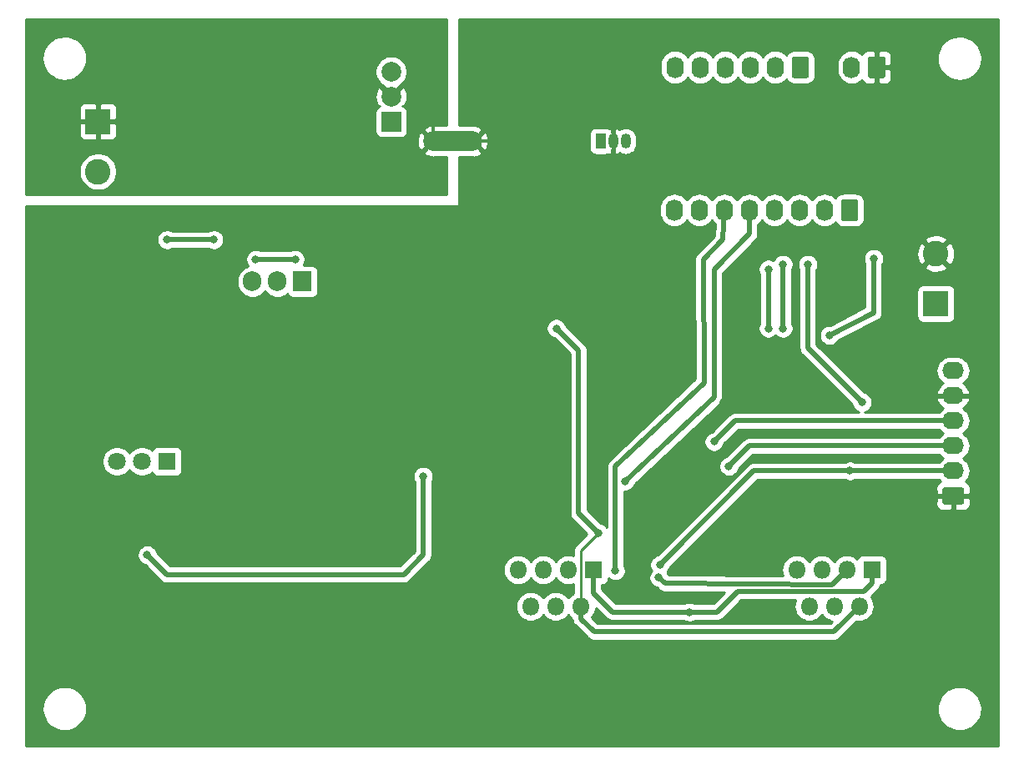
<source format=gbl>
G04 #@! TF.GenerationSoftware,KiCad,Pcbnew,(5.1.0-0)*
G04 #@! TF.CreationDate,2019-06-09T17:55:59+01:00*
G04 #@! TF.ProjectId,PowerSupply,506f7765-7253-4757-9070-6c792e6b6963,0.1*
G04 #@! TF.SameCoordinates,Original*
G04 #@! TF.FileFunction,Copper,L2,Bot*
G04 #@! TF.FilePolarity,Positive*
%FSLAX46Y46*%
G04 Gerber Fmt 4.6, Leading zero omitted, Abs format (unit mm)*
G04 Created by KiCad (PCBNEW (5.1.0-0)) date 2019-06-09 17:55:59*
%MOMM*%
%LPD*%
G04 APERTURE LIST*
%ADD10C,0.150000*%
%ADD11C,1.740000*%
%ADD12O,1.740000X2.200000*%
%ADD13R,2.600000X2.600000*%
%ADD14C,2.600000*%
%ADD15O,2.200000X1.740000*%
%ADD16R,1.905000X2.000000*%
%ADD17O,1.905000X2.000000*%
%ADD18O,1.050000X1.500000*%
%ADD19R,1.050000X1.500000*%
%ADD20C,2.000000*%
%ADD21C,1.800000*%
%ADD22R,1.800000X1.800000*%
%ADD23O,1.800000X1.800000*%
%ADD24R,2.000000X2.000000*%
%ADD25C,0.800000*%
%ADD26C,0.500000*%
%ADD27C,0.250000*%
%ADD28C,0.350000*%
%ADD29C,0.254000*%
G04 APERTURE END LIST*
D10*
G36*
X102000000Y-64000000D02*
G01*
X106000000Y-64000000D01*
X106000000Y-62000000D01*
X102000000Y-62000000D01*
X102000000Y-64000000D01*
G37*
G36*
X147644505Y-54401204D02*
G01*
X147668773Y-54404804D01*
X147692572Y-54410765D01*
X147715671Y-54419030D01*
X147737850Y-54429520D01*
X147758893Y-54442132D01*
X147778599Y-54456747D01*
X147796777Y-54473223D01*
X147813253Y-54491401D01*
X147827868Y-54511107D01*
X147840480Y-54532150D01*
X147850970Y-54554329D01*
X147859235Y-54577428D01*
X147865196Y-54601227D01*
X147868796Y-54625495D01*
X147870000Y-54649999D01*
X147870000Y-56350001D01*
X147868796Y-56374505D01*
X147865196Y-56398773D01*
X147859235Y-56422572D01*
X147850970Y-56445671D01*
X147840480Y-56467850D01*
X147827868Y-56488893D01*
X147813253Y-56508599D01*
X147796777Y-56526777D01*
X147778599Y-56543253D01*
X147758893Y-56557868D01*
X147737850Y-56570480D01*
X147715671Y-56580970D01*
X147692572Y-56589235D01*
X147668773Y-56595196D01*
X147644505Y-56598796D01*
X147620001Y-56600000D01*
X146379999Y-56600000D01*
X146355495Y-56598796D01*
X146331227Y-56595196D01*
X146307428Y-56589235D01*
X146284329Y-56580970D01*
X146262150Y-56570480D01*
X146241107Y-56557868D01*
X146221401Y-56543253D01*
X146203223Y-56526777D01*
X146186747Y-56508599D01*
X146172132Y-56488893D01*
X146159520Y-56467850D01*
X146149030Y-56445671D01*
X146140765Y-56422572D01*
X146134804Y-56398773D01*
X146131204Y-56374505D01*
X146130000Y-56350001D01*
X146130000Y-54649999D01*
X146131204Y-54625495D01*
X146134804Y-54601227D01*
X146140765Y-54577428D01*
X146149030Y-54554329D01*
X146159520Y-54532150D01*
X146172132Y-54511107D01*
X146186747Y-54491401D01*
X146203223Y-54473223D01*
X146221401Y-54456747D01*
X146241107Y-54442132D01*
X146262150Y-54429520D01*
X146284329Y-54419030D01*
X146307428Y-54410765D01*
X146331227Y-54404804D01*
X146355495Y-54401204D01*
X146379999Y-54400000D01*
X147620001Y-54400000D01*
X147644505Y-54401204D01*
X147644505Y-54401204D01*
G37*
D11*
X147000000Y-55500000D03*
D12*
X144460000Y-55500000D03*
D13*
X68000000Y-61000000D03*
D14*
X68000000Y-66080000D03*
D15*
X154750000Y-86300000D03*
X154750000Y-88840000D03*
X154750000Y-91380000D03*
X154750000Y-93920000D03*
X154750000Y-96460000D03*
D10*
G36*
X155624505Y-98131204D02*
G01*
X155648773Y-98134804D01*
X155672572Y-98140765D01*
X155695671Y-98149030D01*
X155717850Y-98159520D01*
X155738893Y-98172132D01*
X155758599Y-98186747D01*
X155776777Y-98203223D01*
X155793253Y-98221401D01*
X155807868Y-98241107D01*
X155820480Y-98262150D01*
X155830970Y-98284329D01*
X155839235Y-98307428D01*
X155845196Y-98331227D01*
X155848796Y-98355495D01*
X155850000Y-98379999D01*
X155850000Y-99620001D01*
X155848796Y-99644505D01*
X155845196Y-99668773D01*
X155839235Y-99692572D01*
X155830970Y-99715671D01*
X155820480Y-99737850D01*
X155807868Y-99758893D01*
X155793253Y-99778599D01*
X155776777Y-99796777D01*
X155758599Y-99813253D01*
X155738893Y-99827868D01*
X155717850Y-99840480D01*
X155695671Y-99850970D01*
X155672572Y-99859235D01*
X155648773Y-99865196D01*
X155624505Y-99868796D01*
X155600001Y-99870000D01*
X153899999Y-99870000D01*
X153875495Y-99868796D01*
X153851227Y-99865196D01*
X153827428Y-99859235D01*
X153804329Y-99850970D01*
X153782150Y-99840480D01*
X153761107Y-99827868D01*
X153741401Y-99813253D01*
X153723223Y-99796777D01*
X153706747Y-99778599D01*
X153692132Y-99758893D01*
X153679520Y-99737850D01*
X153669030Y-99715671D01*
X153660765Y-99692572D01*
X153654804Y-99668773D01*
X153651204Y-99644505D01*
X153650000Y-99620001D01*
X153650000Y-98379999D01*
X153651204Y-98355495D01*
X153654804Y-98331227D01*
X153660765Y-98307428D01*
X153669030Y-98284329D01*
X153679520Y-98262150D01*
X153692132Y-98241107D01*
X153706747Y-98221401D01*
X153723223Y-98203223D01*
X153741401Y-98186747D01*
X153761107Y-98172132D01*
X153782150Y-98159520D01*
X153804329Y-98149030D01*
X153827428Y-98140765D01*
X153851227Y-98134804D01*
X153875495Y-98131204D01*
X153899999Y-98130000D01*
X155600001Y-98130000D01*
X155624505Y-98131204D01*
X155624505Y-98131204D01*
G37*
D11*
X154750000Y-99000000D03*
D10*
G36*
X144894505Y-68901204D02*
G01*
X144918773Y-68904804D01*
X144942572Y-68910765D01*
X144965671Y-68919030D01*
X144987850Y-68929520D01*
X145008893Y-68942132D01*
X145028599Y-68956747D01*
X145046777Y-68973223D01*
X145063253Y-68991401D01*
X145077868Y-69011107D01*
X145090480Y-69032150D01*
X145100970Y-69054329D01*
X145109235Y-69077428D01*
X145115196Y-69101227D01*
X145118796Y-69125495D01*
X145120000Y-69149999D01*
X145120000Y-70850001D01*
X145118796Y-70874505D01*
X145115196Y-70898773D01*
X145109235Y-70922572D01*
X145100970Y-70945671D01*
X145090480Y-70967850D01*
X145077868Y-70988893D01*
X145063253Y-71008599D01*
X145046777Y-71026777D01*
X145028599Y-71043253D01*
X145008893Y-71057868D01*
X144987850Y-71070480D01*
X144965671Y-71080970D01*
X144942572Y-71089235D01*
X144918773Y-71095196D01*
X144894505Y-71098796D01*
X144870001Y-71100000D01*
X143629999Y-71100000D01*
X143605495Y-71098796D01*
X143581227Y-71095196D01*
X143557428Y-71089235D01*
X143534329Y-71080970D01*
X143512150Y-71070480D01*
X143491107Y-71057868D01*
X143471401Y-71043253D01*
X143453223Y-71026777D01*
X143436747Y-71008599D01*
X143422132Y-70988893D01*
X143409520Y-70967850D01*
X143399030Y-70945671D01*
X143390765Y-70922572D01*
X143384804Y-70898773D01*
X143381204Y-70874505D01*
X143380000Y-70850001D01*
X143380000Y-69149999D01*
X143381204Y-69125495D01*
X143384804Y-69101227D01*
X143390765Y-69077428D01*
X143399030Y-69054329D01*
X143409520Y-69032150D01*
X143422132Y-69011107D01*
X143436747Y-68991401D01*
X143453223Y-68973223D01*
X143471401Y-68956747D01*
X143491107Y-68942132D01*
X143512150Y-68929520D01*
X143534329Y-68919030D01*
X143557428Y-68910765D01*
X143581227Y-68904804D01*
X143605495Y-68901204D01*
X143629999Y-68900000D01*
X144870001Y-68900000D01*
X144894505Y-68901204D01*
X144894505Y-68901204D01*
G37*
D11*
X144250000Y-70000000D03*
D12*
X141710000Y-70000000D03*
X139170000Y-70000000D03*
X136630000Y-70000000D03*
X134090000Y-70000000D03*
X131550000Y-70000000D03*
X129010000Y-70000000D03*
X126470000Y-70000000D03*
D14*
X153000000Y-74420000D03*
D13*
X153000000Y-79500000D03*
D10*
G36*
X139894505Y-54401204D02*
G01*
X139918773Y-54404804D01*
X139942572Y-54410765D01*
X139965671Y-54419030D01*
X139987850Y-54429520D01*
X140008893Y-54442132D01*
X140028599Y-54456747D01*
X140046777Y-54473223D01*
X140063253Y-54491401D01*
X140077868Y-54511107D01*
X140090480Y-54532150D01*
X140100970Y-54554329D01*
X140109235Y-54577428D01*
X140115196Y-54601227D01*
X140118796Y-54625495D01*
X140120000Y-54649999D01*
X140120000Y-56350001D01*
X140118796Y-56374505D01*
X140115196Y-56398773D01*
X140109235Y-56422572D01*
X140100970Y-56445671D01*
X140090480Y-56467850D01*
X140077868Y-56488893D01*
X140063253Y-56508599D01*
X140046777Y-56526777D01*
X140028599Y-56543253D01*
X140008893Y-56557868D01*
X139987850Y-56570480D01*
X139965671Y-56580970D01*
X139942572Y-56589235D01*
X139918773Y-56595196D01*
X139894505Y-56598796D01*
X139870001Y-56600000D01*
X138629999Y-56600000D01*
X138605495Y-56598796D01*
X138581227Y-56595196D01*
X138557428Y-56589235D01*
X138534329Y-56580970D01*
X138512150Y-56570480D01*
X138491107Y-56557868D01*
X138471401Y-56543253D01*
X138453223Y-56526777D01*
X138436747Y-56508599D01*
X138422132Y-56488893D01*
X138409520Y-56467850D01*
X138399030Y-56445671D01*
X138390765Y-56422572D01*
X138384804Y-56398773D01*
X138381204Y-56374505D01*
X138380000Y-56350001D01*
X138380000Y-54649999D01*
X138381204Y-54625495D01*
X138384804Y-54601227D01*
X138390765Y-54577428D01*
X138399030Y-54554329D01*
X138409520Y-54532150D01*
X138422132Y-54511107D01*
X138436747Y-54491401D01*
X138453223Y-54473223D01*
X138471401Y-54456747D01*
X138491107Y-54442132D01*
X138512150Y-54429520D01*
X138534329Y-54419030D01*
X138557428Y-54410765D01*
X138581227Y-54404804D01*
X138605495Y-54401204D01*
X138629999Y-54400000D01*
X139870001Y-54400000D01*
X139894505Y-54401204D01*
X139894505Y-54401204D01*
G37*
D11*
X139250000Y-55500000D03*
D12*
X136710000Y-55500000D03*
X134170000Y-55500000D03*
X131630000Y-55500000D03*
X129090000Y-55500000D03*
X126550000Y-55500000D03*
D16*
X88750000Y-77250000D03*
D17*
X86210000Y-77250000D03*
X83670000Y-77250000D03*
D18*
X120270000Y-63000000D03*
X121540000Y-63000000D03*
D19*
X119000000Y-63000000D03*
D20*
X102000000Y-63000000D03*
X106000000Y-63000000D03*
D21*
X72460000Y-95500000D03*
X69920000Y-95500000D03*
D22*
X75000000Y-95500000D03*
X146500000Y-106500000D03*
D23*
X145230000Y-110200000D03*
X143960000Y-106500000D03*
X142690000Y-110200000D03*
X141420000Y-106500000D03*
X140150000Y-110200000D03*
X138880000Y-106500000D03*
X110630000Y-106500000D03*
X111900000Y-110200000D03*
X113170000Y-106500000D03*
X114440000Y-110200000D03*
X115710000Y-106500000D03*
X116980000Y-110200000D03*
D22*
X118250000Y-106500000D03*
D24*
X97750000Y-61040000D03*
D20*
X97750000Y-58460000D03*
X97750000Y-55960000D03*
D25*
X79750000Y-73000000D03*
X75000000Y-73000000D03*
X125000000Y-106000000D03*
X118750000Y-102750000D03*
X114500000Y-82000000D03*
X144290000Y-96460000D03*
X130500000Y-93500000D03*
X146700000Y-74900000D03*
X142200000Y-82700000D03*
X73000000Y-105000000D03*
X101000000Y-97000000D03*
X132000000Y-96000000D03*
X121500000Y-97500000D03*
X140000000Y-75500000D03*
X145500000Y-89500000D03*
X120500000Y-106600000D03*
X124900000Y-107300000D03*
X137500000Y-82000000D03*
X137500000Y-75500000D03*
X136000000Y-82000000D03*
X136000000Y-76000000D03*
X128000000Y-110800000D03*
X87000000Y-56000000D03*
X85000000Y-56000000D03*
X83000000Y-56000000D03*
X81000000Y-56000000D03*
X79000000Y-56000000D03*
X77000000Y-56000000D03*
X75000000Y-56000000D03*
X73000000Y-56000000D03*
X84000000Y-54000000D03*
X82000000Y-54000000D03*
X80000000Y-54000000D03*
X78000000Y-54000000D03*
X76000000Y-54000000D03*
X74000000Y-54000000D03*
X72000000Y-54000000D03*
X100000000Y-51500000D03*
X98000000Y-51500000D03*
X96000000Y-51500000D03*
X94000000Y-51500000D03*
X92000000Y-51500000D03*
X86000000Y-54000000D03*
X89000000Y-56000000D03*
X101700000Y-59000000D03*
X102000000Y-51500000D03*
X71000000Y-56000000D03*
X70000000Y-54000000D03*
X69000000Y-56000000D03*
X88000000Y-54000000D03*
X76000000Y-58000000D03*
X78000000Y-59500000D03*
X76000000Y-61000000D03*
X101750000Y-57500000D03*
X89250000Y-67750000D03*
X91500000Y-67750000D03*
X93750000Y-67750000D03*
X95750000Y-67750000D03*
X97750000Y-67750000D03*
X144000000Y-83500000D03*
X131700000Y-82000000D03*
X142512653Y-81012653D03*
X109000000Y-63000000D03*
X70250000Y-80750000D03*
X125000000Y-96100000D03*
X124000000Y-89800000D03*
X108900000Y-51100000D03*
X118000000Y-54000000D03*
X141800000Y-65400000D03*
X136400000Y-65100000D03*
X120000000Y-55000000D03*
X137900000Y-85600000D03*
X128200000Y-93800000D03*
X108100000Y-110300000D03*
X116100000Y-79900000D03*
X80000000Y-76400000D03*
X136800000Y-60000000D03*
X140900000Y-59900000D03*
X112200000Y-72800000D03*
X72000000Y-78750000D03*
X70250000Y-78750000D03*
X72000000Y-80750000D03*
X72000000Y-82500000D03*
X70250000Y-82500000D03*
X68500000Y-82500000D03*
X68500000Y-80750000D03*
X68500000Y-78750000D03*
X63500000Y-82500000D03*
X62000000Y-83500000D03*
X63500000Y-84500000D03*
X63500000Y-86500000D03*
X62000000Y-85500000D03*
X62000000Y-87500000D03*
X63500000Y-88500000D03*
X63500000Y-90500000D03*
X62000000Y-89500000D03*
X62000000Y-91500000D03*
X62000000Y-93500000D03*
X63500000Y-102500000D03*
X66500000Y-102500000D03*
X68000000Y-105000000D03*
X65000000Y-105000000D03*
X62000000Y-105000000D03*
X63500000Y-107500000D03*
X66500000Y-107500000D03*
X75000000Y-110000000D03*
X72500000Y-108500000D03*
X72500000Y-111000000D03*
X75000000Y-112500000D03*
X72500000Y-113500000D03*
X91000000Y-108500000D03*
X91000000Y-111000000D03*
X91000000Y-113500000D03*
X93500000Y-113500000D03*
X93500000Y-72500000D03*
X96500000Y-71000000D03*
X96500000Y-73500000D03*
X93500000Y-75000000D03*
X96500000Y-76000000D03*
X96500000Y-78500000D03*
X93500000Y-77500000D03*
X93500000Y-80000000D03*
X96500000Y-81000000D03*
X93500000Y-82500000D03*
X95500000Y-102500000D03*
X97500000Y-102500000D03*
X97500000Y-104500000D03*
X95500000Y-104500000D03*
X97500000Y-108500000D03*
X108000000Y-61500000D03*
X120000000Y-53500000D03*
X118000000Y-52500000D03*
X118000000Y-55500000D03*
X120000000Y-56500000D03*
X118000000Y-57000000D03*
X118000000Y-58500000D03*
X113000000Y-66000000D03*
X111000000Y-66000000D03*
X112000000Y-67500000D03*
X111500000Y-78000000D03*
X111500000Y-79700000D03*
X111500000Y-82500000D03*
X111500000Y-88500000D03*
X113500000Y-88500000D03*
X113500000Y-91000000D03*
X111500000Y-91000000D03*
X113500000Y-93500000D03*
X111500000Y-96000000D03*
X104000000Y-103500000D03*
X104000000Y-98500000D03*
X104000000Y-93500000D03*
X106500000Y-101000000D03*
X106500000Y-96000000D03*
X109000000Y-98500000D03*
X109000000Y-93500000D03*
X104000000Y-108500000D03*
X104000000Y-111000000D03*
X104000000Y-113500000D03*
X101000000Y-113500000D03*
X101000000Y-111000000D03*
X101000000Y-108500000D03*
X98500000Y-111000000D03*
X101500000Y-123000000D03*
X103500000Y-123000000D03*
X105500000Y-123000000D03*
X107500000Y-123000000D03*
X109500000Y-123000000D03*
X111500000Y-123000000D03*
X113500000Y-123000000D03*
X115500000Y-123000000D03*
X117500000Y-123000000D03*
X119500000Y-123000000D03*
X119000000Y-98000000D03*
X133000000Y-106000000D03*
X149500000Y-112500000D03*
X152000000Y-112500000D03*
X152000000Y-104500000D03*
X149500000Y-104500000D03*
X119500000Y-67000000D03*
X119500000Y-68500000D03*
X119500000Y-70000000D03*
X123000000Y-67000000D03*
X123000000Y-68500000D03*
X123000000Y-70000000D03*
X123000000Y-71500000D03*
X123000000Y-73000000D03*
X131500000Y-89500000D03*
X133500000Y-88000000D03*
X135500000Y-88000000D03*
X135500000Y-89500000D03*
X133500000Y-86000000D03*
X145500000Y-103500000D03*
X149000000Y-88500000D03*
X147000000Y-87500000D03*
X149000000Y-86500000D03*
X149000000Y-84500000D03*
X147000000Y-85500000D03*
X145000000Y-86500000D03*
X125500000Y-61500000D03*
X125500000Y-63500000D03*
X96500000Y-83500000D03*
X124000000Y-87600000D03*
X124000000Y-83500000D03*
X124000000Y-85500000D03*
X124000000Y-81600000D03*
X124000000Y-79500000D03*
X63500000Y-92500000D03*
X67500000Y-84250000D03*
X67500000Y-86000000D03*
X67500000Y-87750000D03*
X67500000Y-89750000D03*
X67500000Y-91500000D03*
X62000000Y-100750000D03*
X62000000Y-98750000D03*
X62000000Y-97000000D03*
X62000000Y-95250000D03*
X65000000Y-100000000D03*
X67500000Y-100000000D03*
X70000000Y-106750000D03*
X104000000Y-106000000D03*
X106000000Y-109750000D03*
X106000000Y-112250000D03*
X106500000Y-98500000D03*
X109000000Y-96000000D03*
X104000000Y-96000000D03*
X133000000Y-103750000D03*
X133000000Y-101500000D03*
X149500000Y-107250000D03*
X149500000Y-109750000D03*
X152000000Y-109750000D03*
X152000000Y-107250000D03*
X138250000Y-103750000D03*
X137500000Y-98000000D03*
X134750000Y-110750000D03*
X88000000Y-75000000D03*
X84000000Y-75000000D03*
D26*
X79750000Y-73000000D02*
X75000000Y-73000000D01*
X118750000Y-102750000D02*
X116750000Y-100750000D01*
X116750000Y-84250000D02*
X114500000Y-82000000D01*
X116750000Y-100750000D02*
X116750000Y-84250000D01*
X125000000Y-106000000D02*
X134540000Y-96460000D01*
X116980000Y-111472792D02*
X118307208Y-112800000D01*
X116980000Y-110200000D02*
X116980000Y-111472792D01*
X142630000Y-112800000D02*
X145230000Y-110200000D01*
X118307208Y-112800000D02*
X142630000Y-112800000D01*
D27*
X116980000Y-104520000D02*
X118750000Y-102750000D01*
X116980000Y-110200000D02*
X116980000Y-104520000D01*
D26*
X134540000Y-96460000D02*
X144290000Y-96460000D01*
X144290000Y-96460000D02*
X154750000Y-96460000D01*
X132620000Y-91380000D02*
X154750000Y-91380000D01*
X130500000Y-93500000D02*
X132620000Y-91380000D01*
X146700000Y-80400000D02*
X142200000Y-82700000D01*
X146700000Y-74900000D02*
X146700000Y-80400000D01*
X73000000Y-105000000D02*
X75000000Y-107000000D01*
X75000000Y-107000000D02*
X99000000Y-107000000D01*
X101000000Y-105000000D02*
X101000000Y-97000000D01*
X99000000Y-107000000D02*
X101000000Y-105000000D01*
X134080000Y-93920000D02*
X154750000Y-93920000D01*
X132000000Y-96000000D02*
X134080000Y-93920000D01*
X121500000Y-97500000D02*
X130500000Y-89000000D01*
X130500000Y-89000000D02*
X130500000Y-76000000D01*
X134090000Y-72410000D02*
X134090000Y-70000000D01*
X130500000Y-76000000D02*
X134090000Y-72410000D01*
X140000000Y-84000000D02*
X145500000Y-89500000D01*
X140000000Y-75500000D02*
X140000000Y-84000000D01*
X129500000Y-87500000D02*
X129400000Y-75000000D01*
X120500000Y-96000000D02*
X129500000Y-87500000D01*
X131400000Y-73000000D02*
X131550000Y-70000000D01*
X129400000Y-75000000D02*
X131400000Y-73000000D01*
X120500000Y-106600000D02*
X120500000Y-96000000D01*
X142500000Y-108000000D02*
X143960000Y-106500000D01*
X125500000Y-107900000D02*
X142500000Y-108000000D01*
X124900000Y-107300000D02*
X125500000Y-107900000D01*
X137500000Y-82000000D02*
X137500000Y-75500000D01*
X136000000Y-82000000D02*
X136000000Y-76000000D01*
X145698298Y-108701702D02*
X142785830Y-108701702D01*
X146500000Y-107900000D02*
X145698298Y-108701702D01*
X146500000Y-106500000D02*
X146500000Y-107900000D01*
X118250000Y-106500000D02*
X118250000Y-108850000D01*
X118250000Y-108850000D02*
X120200000Y-110800000D01*
X130800000Y-110800000D02*
X132899434Y-108700566D01*
X120200000Y-110800000D02*
X130800000Y-110800000D01*
X142785830Y-108701702D02*
X132899434Y-108700566D01*
D28*
X102000000Y-59300000D02*
X101700000Y-59000000D01*
X102000000Y-63000000D02*
X102000000Y-59300000D01*
X106000000Y-63000000D02*
X109000000Y-63000000D01*
D26*
X88000000Y-75000000D02*
X84000000Y-75000000D01*
D29*
G36*
X159340001Y-124340000D02*
G01*
X60660000Y-124340000D01*
X60660000Y-120631834D01*
X62320222Y-120631834D01*
X62369823Y-121074039D01*
X62504371Y-121498188D01*
X62718741Y-121888125D01*
X63004768Y-122228998D01*
X63351556Y-122507823D01*
X63745897Y-122713979D01*
X64172771Y-122839615D01*
X64615917Y-122879944D01*
X65058458Y-122833432D01*
X65483536Y-122701848D01*
X65874960Y-122490206D01*
X66217821Y-122206566D01*
X66499060Y-121861733D01*
X66707965Y-121468840D01*
X66836578Y-121042854D01*
X66876878Y-120631834D01*
X153120222Y-120631834D01*
X153169823Y-121074039D01*
X153304371Y-121498188D01*
X153518741Y-121888125D01*
X153804768Y-122228998D01*
X154151556Y-122507823D01*
X154545897Y-122713979D01*
X154972771Y-122839615D01*
X155415917Y-122879944D01*
X155858458Y-122833432D01*
X156283536Y-122701848D01*
X156674960Y-122490206D01*
X157017821Y-122206566D01*
X157299060Y-121861733D01*
X157507965Y-121468840D01*
X157636578Y-121042854D01*
X157680000Y-120600000D01*
X157679111Y-120536339D01*
X157623341Y-120094869D01*
X157482884Y-119672640D01*
X157263090Y-119285734D01*
X156972333Y-118948888D01*
X156621685Y-118674932D01*
X156224504Y-118474302D01*
X155795918Y-118354638D01*
X155352251Y-118320500D01*
X154910403Y-118373187D01*
X154487204Y-118510693D01*
X154098773Y-118727780D01*
X153759905Y-119016179D01*
X153483508Y-119364905D01*
X153280110Y-119760676D01*
X153157457Y-120188416D01*
X153120222Y-120631834D01*
X66876878Y-120631834D01*
X66880000Y-120600000D01*
X66879111Y-120536339D01*
X66823341Y-120094869D01*
X66682884Y-119672640D01*
X66463090Y-119285734D01*
X66172333Y-118948888D01*
X65821685Y-118674932D01*
X65424504Y-118474302D01*
X64995918Y-118354638D01*
X64552251Y-118320500D01*
X64110403Y-118373187D01*
X63687204Y-118510693D01*
X63298773Y-118727780D01*
X62959905Y-119016179D01*
X62683508Y-119364905D01*
X62480110Y-119760676D01*
X62357457Y-120188416D01*
X62320222Y-120631834D01*
X60660000Y-120631834D01*
X60660000Y-104898061D01*
X71965000Y-104898061D01*
X71965000Y-105101939D01*
X72004774Y-105301898D01*
X72082795Y-105490256D01*
X72196063Y-105659774D01*
X72340226Y-105803937D01*
X72509744Y-105917205D01*
X72698102Y-105995226D01*
X72754957Y-106006535D01*
X74343470Y-107595049D01*
X74371183Y-107628817D01*
X74404951Y-107656530D01*
X74404953Y-107656532D01*
X74414694Y-107664526D01*
X74505941Y-107739411D01*
X74659687Y-107821589D01*
X74826510Y-107872195D01*
X74956523Y-107885000D01*
X74956533Y-107885000D01*
X74999999Y-107889281D01*
X75043465Y-107885000D01*
X98956531Y-107885000D01*
X99000000Y-107889281D01*
X99043469Y-107885000D01*
X99043477Y-107885000D01*
X99173490Y-107872195D01*
X99340313Y-107821589D01*
X99494059Y-107739411D01*
X99628817Y-107628817D01*
X99656534Y-107595044D01*
X100751578Y-106500000D01*
X109087573Y-106500000D01*
X109117210Y-106800913D01*
X109204983Y-107090261D01*
X109347519Y-107356927D01*
X109539339Y-107590661D01*
X109773073Y-107782481D01*
X110039739Y-107925017D01*
X110329087Y-108012790D01*
X110554592Y-108035000D01*
X110705408Y-108035000D01*
X110930913Y-108012790D01*
X111220261Y-107925017D01*
X111486927Y-107782481D01*
X111720661Y-107590661D01*
X111900000Y-107372135D01*
X112079339Y-107590661D01*
X112313073Y-107782481D01*
X112579739Y-107925017D01*
X112869087Y-108012790D01*
X113094592Y-108035000D01*
X113245408Y-108035000D01*
X113470913Y-108012790D01*
X113760261Y-107925017D01*
X114026927Y-107782481D01*
X114260661Y-107590661D01*
X114440000Y-107372135D01*
X114619339Y-107590661D01*
X114853073Y-107782481D01*
X115119739Y-107925017D01*
X115409087Y-108012790D01*
X115634592Y-108035000D01*
X115785408Y-108035000D01*
X116010913Y-108012790D01*
X116220000Y-107949364D01*
X116220000Y-108865710D01*
X116123073Y-108917519D01*
X115889339Y-109109339D01*
X115710000Y-109327865D01*
X115530661Y-109109339D01*
X115296927Y-108917519D01*
X115030261Y-108774983D01*
X114740913Y-108687210D01*
X114515408Y-108665000D01*
X114364592Y-108665000D01*
X114139087Y-108687210D01*
X113849739Y-108774983D01*
X113583073Y-108917519D01*
X113349339Y-109109339D01*
X113170000Y-109327865D01*
X112990661Y-109109339D01*
X112756927Y-108917519D01*
X112490261Y-108774983D01*
X112200913Y-108687210D01*
X111975408Y-108665000D01*
X111824592Y-108665000D01*
X111599087Y-108687210D01*
X111309739Y-108774983D01*
X111043073Y-108917519D01*
X110809339Y-109109339D01*
X110617519Y-109343073D01*
X110474983Y-109609739D01*
X110387210Y-109899087D01*
X110357573Y-110200000D01*
X110387210Y-110500913D01*
X110474983Y-110790261D01*
X110617519Y-111056927D01*
X110809339Y-111290661D01*
X111043073Y-111482481D01*
X111309739Y-111625017D01*
X111599087Y-111712790D01*
X111824592Y-111735000D01*
X111975408Y-111735000D01*
X112200913Y-111712790D01*
X112490261Y-111625017D01*
X112756927Y-111482481D01*
X112990661Y-111290661D01*
X113170000Y-111072135D01*
X113349339Y-111290661D01*
X113583073Y-111482481D01*
X113849739Y-111625017D01*
X114139087Y-111712790D01*
X114364592Y-111735000D01*
X114515408Y-111735000D01*
X114740913Y-111712790D01*
X115030261Y-111625017D01*
X115296927Y-111482481D01*
X115530661Y-111290661D01*
X115710000Y-111072135D01*
X115889339Y-111290661D01*
X116092256Y-111457190D01*
X116090719Y-111472792D01*
X116107805Y-111646282D01*
X116158412Y-111813105D01*
X116240590Y-111966851D01*
X116323468Y-112067838D01*
X116323471Y-112067841D01*
X116351184Y-112101609D01*
X116384951Y-112129321D01*
X117650678Y-113395049D01*
X117678391Y-113428817D01*
X117712159Y-113456530D01*
X117712161Y-113456532D01*
X117813149Y-113539411D01*
X117966894Y-113621589D01*
X118133718Y-113672195D01*
X118263731Y-113685000D01*
X118263739Y-113685000D01*
X118307208Y-113689281D01*
X118350677Y-113685000D01*
X142586531Y-113685000D01*
X142630000Y-113689281D01*
X142673469Y-113685000D01*
X142673477Y-113685000D01*
X142803490Y-113672195D01*
X142970313Y-113621589D01*
X143124059Y-113539411D01*
X143258817Y-113428817D01*
X143286534Y-113395044D01*
X144965229Y-111716350D01*
X145154592Y-111735000D01*
X145305408Y-111735000D01*
X145530913Y-111712790D01*
X145820261Y-111625017D01*
X146086927Y-111482481D01*
X146320661Y-111290661D01*
X146512481Y-111056927D01*
X146655017Y-110790261D01*
X146742790Y-110500913D01*
X146772427Y-110200000D01*
X146742790Y-109899087D01*
X146655017Y-109609739D01*
X146512481Y-109343073D01*
X146420538Y-109231040D01*
X147095049Y-108556530D01*
X147128817Y-108528817D01*
X147239411Y-108394059D01*
X147321589Y-108240313D01*
X147372195Y-108073490D01*
X147375683Y-108038072D01*
X147400000Y-108038072D01*
X147524482Y-108025812D01*
X147644180Y-107989502D01*
X147754494Y-107930537D01*
X147851185Y-107851185D01*
X147930537Y-107754494D01*
X147989502Y-107644180D01*
X148025812Y-107524482D01*
X148038072Y-107400000D01*
X148038072Y-105600000D01*
X148025812Y-105475518D01*
X147989502Y-105355820D01*
X147930537Y-105245506D01*
X147851185Y-105148815D01*
X147754494Y-105069463D01*
X147644180Y-105010498D01*
X147524482Y-104974188D01*
X147400000Y-104961928D01*
X145600000Y-104961928D01*
X145475518Y-104974188D01*
X145355820Y-105010498D01*
X145245506Y-105069463D01*
X145148815Y-105148815D01*
X145069463Y-105245506D01*
X145010498Y-105355820D01*
X145005505Y-105372280D01*
X144816927Y-105217519D01*
X144550261Y-105074983D01*
X144260913Y-104987210D01*
X144035408Y-104965000D01*
X143884592Y-104965000D01*
X143659087Y-104987210D01*
X143369739Y-105074983D01*
X143103073Y-105217519D01*
X142869339Y-105409339D01*
X142690000Y-105627865D01*
X142510661Y-105409339D01*
X142276927Y-105217519D01*
X142010261Y-105074983D01*
X141720913Y-104987210D01*
X141495408Y-104965000D01*
X141344592Y-104965000D01*
X141119087Y-104987210D01*
X140829739Y-105074983D01*
X140563073Y-105217519D01*
X140329339Y-105409339D01*
X140150000Y-105627865D01*
X139970661Y-105409339D01*
X139736927Y-105217519D01*
X139470261Y-105074983D01*
X139180913Y-104987210D01*
X138955408Y-104965000D01*
X138804592Y-104965000D01*
X138579087Y-104987210D01*
X138289739Y-105074983D01*
X138023073Y-105217519D01*
X137789339Y-105409339D01*
X137597519Y-105643073D01*
X137454983Y-105909739D01*
X137367210Y-106199087D01*
X137337573Y-106500000D01*
X137367210Y-106800913D01*
X137453478Y-107085300D01*
X125899051Y-107017332D01*
X125895226Y-106998102D01*
X125817205Y-106809744D01*
X125751821Y-106711890D01*
X125803937Y-106659774D01*
X125917205Y-106490256D01*
X125995226Y-106301898D01*
X126006535Y-106245043D01*
X132381578Y-99870000D01*
X153011928Y-99870000D01*
X153024188Y-99994482D01*
X153060498Y-100114180D01*
X153119463Y-100224494D01*
X153198815Y-100321185D01*
X153295506Y-100400537D01*
X153405820Y-100459502D01*
X153525518Y-100495812D01*
X153650000Y-100508072D01*
X154464250Y-100505000D01*
X154623000Y-100346250D01*
X154623000Y-99127000D01*
X154877000Y-99127000D01*
X154877000Y-100346250D01*
X155035750Y-100505000D01*
X155850000Y-100508072D01*
X155974482Y-100495812D01*
X156094180Y-100459502D01*
X156204494Y-100400537D01*
X156301185Y-100321185D01*
X156380537Y-100224494D01*
X156439502Y-100114180D01*
X156475812Y-99994482D01*
X156488072Y-99870000D01*
X156485000Y-99285750D01*
X156326250Y-99127000D01*
X154877000Y-99127000D01*
X154623000Y-99127000D01*
X153173750Y-99127000D01*
X153015000Y-99285750D01*
X153011928Y-99870000D01*
X132381578Y-99870000D01*
X134906579Y-97345000D01*
X143751546Y-97345000D01*
X143799744Y-97377205D01*
X143988102Y-97455226D01*
X144188061Y-97495000D01*
X144391939Y-97495000D01*
X144591898Y-97455226D01*
X144780256Y-97377205D01*
X144828454Y-97345000D01*
X153299367Y-97345000D01*
X153449047Y-97527385D01*
X153405820Y-97540498D01*
X153295506Y-97599463D01*
X153198815Y-97678815D01*
X153119463Y-97775506D01*
X153060498Y-97885820D01*
X153024188Y-98005518D01*
X153011928Y-98130000D01*
X153015000Y-98714250D01*
X153173750Y-98873000D01*
X154623000Y-98873000D01*
X154623000Y-98853000D01*
X154877000Y-98853000D01*
X154877000Y-98873000D01*
X156326250Y-98873000D01*
X156485000Y-98714250D01*
X156488072Y-98130000D01*
X156475812Y-98005518D01*
X156439502Y-97885820D01*
X156380537Y-97775506D01*
X156301185Y-97678815D01*
X156204494Y-97599463D01*
X156094180Y-97540498D01*
X156050953Y-97527385D01*
X156237417Y-97300179D01*
X156377166Y-97038725D01*
X156463224Y-96755032D01*
X156492282Y-96460000D01*
X156463224Y-96164968D01*
X156377166Y-95881275D01*
X156237417Y-95619821D01*
X156049345Y-95390655D01*
X155820179Y-95202583D01*
X155796638Y-95190000D01*
X155820179Y-95177417D01*
X156049345Y-94989345D01*
X156237417Y-94760179D01*
X156377166Y-94498725D01*
X156463224Y-94215032D01*
X156492282Y-93920000D01*
X156463224Y-93624968D01*
X156377166Y-93341275D01*
X156237417Y-93079821D01*
X156049345Y-92850655D01*
X155820179Y-92662583D01*
X155796638Y-92650000D01*
X155820179Y-92637417D01*
X156049345Y-92449345D01*
X156237417Y-92220179D01*
X156377166Y-91958725D01*
X156463224Y-91675032D01*
X156492282Y-91380000D01*
X156463224Y-91084968D01*
X156377166Y-90801275D01*
X156237417Y-90539821D01*
X156049345Y-90310655D01*
X155820179Y-90122583D01*
X155792331Y-90107698D01*
X155928903Y-90018256D01*
X156140536Y-89810494D01*
X156307571Y-89565437D01*
X156423588Y-89292502D01*
X156441302Y-89200031D01*
X156320246Y-88967000D01*
X154877000Y-88967000D01*
X154877000Y-88987000D01*
X154623000Y-88987000D01*
X154623000Y-88967000D01*
X153179754Y-88967000D01*
X153058698Y-89200031D01*
X153076412Y-89292502D01*
X153192429Y-89565437D01*
X153359464Y-89810494D01*
X153571097Y-90018256D01*
X153707669Y-90107698D01*
X153679821Y-90122583D01*
X153450655Y-90310655D01*
X153299367Y-90495000D01*
X145802444Y-90495000D01*
X145990256Y-90417205D01*
X146159774Y-90303937D01*
X146303937Y-90159774D01*
X146417205Y-89990256D01*
X146495226Y-89801898D01*
X146535000Y-89601939D01*
X146535000Y-89398061D01*
X146495226Y-89198102D01*
X146417205Y-89009744D01*
X146303937Y-88840226D01*
X146159774Y-88696063D01*
X145990256Y-88582795D01*
X145801898Y-88504774D01*
X145745044Y-88493465D01*
X143551579Y-86300000D01*
X153007718Y-86300000D01*
X153036776Y-86595032D01*
X153122834Y-86878725D01*
X153262583Y-87140179D01*
X153450655Y-87369345D01*
X153679821Y-87557417D01*
X153707669Y-87572302D01*
X153571097Y-87661744D01*
X153359464Y-87869506D01*
X153192429Y-88114563D01*
X153076412Y-88387498D01*
X153058698Y-88479969D01*
X153179754Y-88713000D01*
X154623000Y-88713000D01*
X154623000Y-88693000D01*
X154877000Y-88693000D01*
X154877000Y-88713000D01*
X156320246Y-88713000D01*
X156441302Y-88479969D01*
X156423588Y-88387498D01*
X156307571Y-88114563D01*
X156140536Y-87869506D01*
X155928903Y-87661744D01*
X155792331Y-87572302D01*
X155820179Y-87557417D01*
X156049345Y-87369345D01*
X156237417Y-87140179D01*
X156377166Y-86878725D01*
X156463224Y-86595032D01*
X156492282Y-86300000D01*
X156463224Y-86004968D01*
X156377166Y-85721275D01*
X156237417Y-85459821D01*
X156049345Y-85230655D01*
X155820179Y-85042583D01*
X155558725Y-84902834D01*
X155275032Y-84816776D01*
X155053936Y-84795000D01*
X154446064Y-84795000D01*
X154224968Y-84816776D01*
X153941275Y-84902834D01*
X153679821Y-85042583D01*
X153450655Y-85230655D01*
X153262583Y-85459821D01*
X153122834Y-85721275D01*
X153036776Y-86004968D01*
X153007718Y-86300000D01*
X143551579Y-86300000D01*
X140885000Y-83633422D01*
X140885000Y-82598061D01*
X141165000Y-82598061D01*
X141165000Y-82801939D01*
X141204774Y-83001898D01*
X141282795Y-83190256D01*
X141396063Y-83359774D01*
X141540226Y-83503937D01*
X141709744Y-83617205D01*
X141898102Y-83695226D01*
X142098061Y-83735000D01*
X142301939Y-83735000D01*
X142501898Y-83695226D01*
X142690256Y-83617205D01*
X142859774Y-83503937D01*
X143003937Y-83359774D01*
X143081846Y-83243174D01*
X147032468Y-81223969D01*
X147040313Y-81221589D01*
X147109983Y-81184350D01*
X147141487Y-81168248D01*
X147148349Y-81163843D01*
X147194059Y-81139411D01*
X147221522Y-81116872D01*
X147251427Y-81097676D01*
X147288752Y-81061698D01*
X147328817Y-81028817D01*
X147351358Y-81001351D01*
X147376941Y-80976691D01*
X147406524Y-80934131D01*
X147439411Y-80894059D01*
X147456161Y-80862722D01*
X147476441Y-80833546D01*
X147497156Y-80786025D01*
X147521589Y-80740313D01*
X147531903Y-80706312D01*
X147546102Y-80673739D01*
X147557147Y-80623096D01*
X147572195Y-80573490D01*
X147575678Y-80538129D01*
X147583249Y-80503413D01*
X147584201Y-80451589D01*
X147585000Y-80443477D01*
X147585000Y-80408098D01*
X147586451Y-80329113D01*
X147585000Y-80321046D01*
X147585000Y-78200000D01*
X151061928Y-78200000D01*
X151061928Y-80800000D01*
X151074188Y-80924482D01*
X151110498Y-81044180D01*
X151169463Y-81154494D01*
X151248815Y-81251185D01*
X151345506Y-81330537D01*
X151455820Y-81389502D01*
X151575518Y-81425812D01*
X151700000Y-81438072D01*
X154300000Y-81438072D01*
X154424482Y-81425812D01*
X154544180Y-81389502D01*
X154654494Y-81330537D01*
X154751185Y-81251185D01*
X154830537Y-81154494D01*
X154889502Y-81044180D01*
X154925812Y-80924482D01*
X154938072Y-80800000D01*
X154938072Y-78200000D01*
X154925812Y-78075518D01*
X154889502Y-77955820D01*
X154830537Y-77845506D01*
X154751185Y-77748815D01*
X154654494Y-77669463D01*
X154544180Y-77610498D01*
X154424482Y-77574188D01*
X154300000Y-77561928D01*
X151700000Y-77561928D01*
X151575518Y-77574188D01*
X151455820Y-77610498D01*
X151345506Y-77669463D01*
X151248815Y-77748815D01*
X151169463Y-77845506D01*
X151110498Y-77955820D01*
X151074188Y-78075518D01*
X151061928Y-78200000D01*
X147585000Y-78200000D01*
X147585000Y-75769224D01*
X151830381Y-75769224D01*
X151962317Y-76064312D01*
X152303045Y-76235159D01*
X152670557Y-76336250D01*
X153050729Y-76363701D01*
X153428951Y-76316457D01*
X153790690Y-76196333D01*
X154037683Y-76064312D01*
X154169619Y-75769224D01*
X153000000Y-74599605D01*
X151830381Y-75769224D01*
X147585000Y-75769224D01*
X147585000Y-75438454D01*
X147617205Y-75390256D01*
X147695226Y-75201898D01*
X147735000Y-75001939D01*
X147735000Y-74798061D01*
X147695226Y-74598102D01*
X147642466Y-74470729D01*
X151056299Y-74470729D01*
X151103543Y-74848951D01*
X151223667Y-75210690D01*
X151355688Y-75457683D01*
X151650776Y-75589619D01*
X152820395Y-74420000D01*
X153179605Y-74420000D01*
X154349224Y-75589619D01*
X154644312Y-75457683D01*
X154815159Y-75116955D01*
X154916250Y-74749443D01*
X154943701Y-74369271D01*
X154896457Y-73991049D01*
X154776333Y-73629310D01*
X154644312Y-73382317D01*
X154349224Y-73250381D01*
X153179605Y-74420000D01*
X152820395Y-74420000D01*
X151650776Y-73250381D01*
X151355688Y-73382317D01*
X151184841Y-73723045D01*
X151083750Y-74090557D01*
X151056299Y-74470729D01*
X147642466Y-74470729D01*
X147617205Y-74409744D01*
X147503937Y-74240226D01*
X147359774Y-74096063D01*
X147190256Y-73982795D01*
X147001898Y-73904774D01*
X146801939Y-73865000D01*
X146598061Y-73865000D01*
X146398102Y-73904774D01*
X146209744Y-73982795D01*
X146040226Y-74096063D01*
X145896063Y-74240226D01*
X145782795Y-74409744D01*
X145704774Y-74598102D01*
X145665000Y-74798061D01*
X145665000Y-75001939D01*
X145704774Y-75201898D01*
X145782795Y-75390256D01*
X145815000Y-75438454D01*
X145815001Y-79858437D01*
X142280422Y-81665000D01*
X142098061Y-81665000D01*
X141898102Y-81704774D01*
X141709744Y-81782795D01*
X141540226Y-81896063D01*
X141396063Y-82040226D01*
X141282795Y-82209744D01*
X141204774Y-82398102D01*
X141165000Y-82598061D01*
X140885000Y-82598061D01*
X140885000Y-76038454D01*
X140917205Y-75990256D01*
X140995226Y-75801898D01*
X141035000Y-75601939D01*
X141035000Y-75398061D01*
X140995226Y-75198102D01*
X140917205Y-75009744D01*
X140803937Y-74840226D01*
X140659774Y-74696063D01*
X140490256Y-74582795D01*
X140301898Y-74504774D01*
X140101939Y-74465000D01*
X139898061Y-74465000D01*
X139698102Y-74504774D01*
X139509744Y-74582795D01*
X139340226Y-74696063D01*
X139196063Y-74840226D01*
X139082795Y-75009744D01*
X139004774Y-75198102D01*
X138965000Y-75398061D01*
X138965000Y-75601939D01*
X139004774Y-75801898D01*
X139082795Y-75990256D01*
X139115000Y-76038454D01*
X139115001Y-83956521D01*
X139110719Y-84000000D01*
X139127805Y-84173490D01*
X139178412Y-84340313D01*
X139260590Y-84494059D01*
X139343468Y-84595046D01*
X139343471Y-84595049D01*
X139371184Y-84628817D01*
X139404952Y-84656530D01*
X144493465Y-89745044D01*
X144504774Y-89801898D01*
X144582795Y-89990256D01*
X144696063Y-90159774D01*
X144840226Y-90303937D01*
X145009744Y-90417205D01*
X145197556Y-90495000D01*
X132663469Y-90495000D01*
X132620000Y-90490719D01*
X132576531Y-90495000D01*
X132576523Y-90495000D01*
X132446510Y-90507805D01*
X132279687Y-90558411D01*
X132125941Y-90640589D01*
X132024953Y-90723468D01*
X132024951Y-90723470D01*
X131991183Y-90751183D01*
X131963470Y-90784951D01*
X130254957Y-92493465D01*
X130198102Y-92504774D01*
X130009744Y-92582795D01*
X129840226Y-92696063D01*
X129696063Y-92840226D01*
X129582795Y-93009744D01*
X129504774Y-93198102D01*
X129465000Y-93398061D01*
X129465000Y-93601939D01*
X129504774Y-93801898D01*
X129582795Y-93990256D01*
X129696063Y-94159774D01*
X129840226Y-94303937D01*
X130009744Y-94417205D01*
X130198102Y-94495226D01*
X130398061Y-94535000D01*
X130601939Y-94535000D01*
X130801898Y-94495226D01*
X130990256Y-94417205D01*
X131159774Y-94303937D01*
X131303937Y-94159774D01*
X131417205Y-93990256D01*
X131495226Y-93801898D01*
X131506535Y-93745043D01*
X132986579Y-92265000D01*
X153299367Y-92265000D01*
X153450655Y-92449345D01*
X153679821Y-92637417D01*
X153703362Y-92650000D01*
X153679821Y-92662583D01*
X153450655Y-92850655D01*
X153299367Y-93035000D01*
X134123465Y-93035000D01*
X134079999Y-93030719D01*
X134036533Y-93035000D01*
X134036523Y-93035000D01*
X133906510Y-93047805D01*
X133739687Y-93098411D01*
X133585941Y-93180589D01*
X133585939Y-93180590D01*
X133585940Y-93180590D01*
X133484953Y-93263468D01*
X133484951Y-93263470D01*
X133451183Y-93291183D01*
X133423470Y-93324951D01*
X131754957Y-94993465D01*
X131698102Y-95004774D01*
X131509744Y-95082795D01*
X131340226Y-95196063D01*
X131196063Y-95340226D01*
X131082795Y-95509744D01*
X131004774Y-95698102D01*
X130965000Y-95898061D01*
X130965000Y-96101939D01*
X131004774Y-96301898D01*
X131082795Y-96490256D01*
X131196063Y-96659774D01*
X131340226Y-96803937D01*
X131509744Y-96917205D01*
X131698102Y-96995226D01*
X131898061Y-97035000D01*
X132101939Y-97035000D01*
X132301898Y-96995226D01*
X132490256Y-96917205D01*
X132659774Y-96803937D01*
X132803937Y-96659774D01*
X132917205Y-96490256D01*
X132995226Y-96301898D01*
X133006535Y-96245043D01*
X134446579Y-94805000D01*
X153299367Y-94805000D01*
X153450655Y-94989345D01*
X153679821Y-95177417D01*
X153703362Y-95190000D01*
X153679821Y-95202583D01*
X153450655Y-95390655D01*
X153299367Y-95575000D01*
X144828454Y-95575000D01*
X144780256Y-95542795D01*
X144591898Y-95464774D01*
X144391939Y-95425000D01*
X144188061Y-95425000D01*
X143988102Y-95464774D01*
X143799744Y-95542795D01*
X143751546Y-95575000D01*
X134583465Y-95575000D01*
X134539999Y-95570719D01*
X134496533Y-95575000D01*
X134496523Y-95575000D01*
X134366510Y-95587805D01*
X134199687Y-95638411D01*
X134045941Y-95720589D01*
X134045939Y-95720590D01*
X134045940Y-95720590D01*
X133944953Y-95803468D01*
X133944951Y-95803470D01*
X133911183Y-95831183D01*
X133883470Y-95864951D01*
X124754957Y-104993465D01*
X124698102Y-105004774D01*
X124509744Y-105082795D01*
X124340226Y-105196063D01*
X124196063Y-105340226D01*
X124082795Y-105509744D01*
X124004774Y-105698102D01*
X123965000Y-105898061D01*
X123965000Y-106101939D01*
X124004774Y-106301898D01*
X124082795Y-106490256D01*
X124148179Y-106588110D01*
X124096063Y-106640226D01*
X123982795Y-106809744D01*
X123904774Y-106998102D01*
X123865000Y-107198061D01*
X123865000Y-107401939D01*
X123904774Y-107601898D01*
X123982795Y-107790256D01*
X124096063Y-107959774D01*
X124240226Y-108103937D01*
X124409744Y-108217205D01*
X124598102Y-108295226D01*
X124654956Y-108306535D01*
X124841630Y-108493209D01*
X124867496Y-108525107D01*
X124903100Y-108554679D01*
X124904953Y-108556532D01*
X124936663Y-108582555D01*
X125001601Y-108636492D01*
X125003909Y-108637743D01*
X125005940Y-108639410D01*
X125080592Y-108679312D01*
X125154861Y-108719572D01*
X125157366Y-108720348D01*
X125159686Y-108721588D01*
X125240634Y-108746144D01*
X125321383Y-108771159D01*
X125323997Y-108771432D01*
X125326509Y-108772194D01*
X125410643Y-108780480D01*
X125451318Y-108784728D01*
X125453927Y-108784743D01*
X125499999Y-108789281D01*
X125540878Y-108785255D01*
X131527948Y-108820473D01*
X130433422Y-109915000D01*
X128538454Y-109915000D01*
X128490256Y-109882795D01*
X128301898Y-109804774D01*
X128101939Y-109765000D01*
X127898061Y-109765000D01*
X127698102Y-109804774D01*
X127509744Y-109882795D01*
X127461546Y-109915000D01*
X120566579Y-109915000D01*
X119135000Y-108483422D01*
X119135000Y-108038072D01*
X119150000Y-108038072D01*
X119274482Y-108025812D01*
X119394180Y-107989502D01*
X119504494Y-107930537D01*
X119601185Y-107851185D01*
X119680537Y-107754494D01*
X119739502Y-107644180D01*
X119775812Y-107524482D01*
X119788072Y-107400000D01*
X119788072Y-107351783D01*
X119840226Y-107403937D01*
X120009744Y-107517205D01*
X120198102Y-107595226D01*
X120398061Y-107635000D01*
X120601939Y-107635000D01*
X120801898Y-107595226D01*
X120990256Y-107517205D01*
X121159774Y-107403937D01*
X121303937Y-107259774D01*
X121417205Y-107090256D01*
X121495226Y-106901898D01*
X121535000Y-106701939D01*
X121535000Y-106498061D01*
X121495226Y-106298102D01*
X121417205Y-106109744D01*
X121385000Y-106061546D01*
X121385000Y-98532402D01*
X121398061Y-98535000D01*
X121601939Y-98535000D01*
X121801898Y-98495226D01*
X121990256Y-98417205D01*
X122159774Y-98303937D01*
X122303937Y-98159774D01*
X122417205Y-97990256D01*
X122495226Y-97801898D01*
X122501233Y-97771699D01*
X131085261Y-89664562D01*
X131128817Y-89628817D01*
X131176095Y-89571209D01*
X131224998Y-89514976D01*
X131231324Y-89503913D01*
X131239411Y-89494059D01*
X131274545Y-89428327D01*
X131311534Y-89363640D01*
X131315581Y-89351554D01*
X131321589Y-89340313D01*
X131343222Y-89268999D01*
X131366884Y-89198330D01*
X131368495Y-89185688D01*
X131372195Y-89173490D01*
X131379503Y-89099295D01*
X131388918Y-89025398D01*
X131385000Y-88969203D01*
X131385000Y-76366578D01*
X131853517Y-75898061D01*
X134965000Y-75898061D01*
X134965000Y-76101939D01*
X135004774Y-76301898D01*
X135082795Y-76490256D01*
X135115001Y-76538456D01*
X135115000Y-81461546D01*
X135082795Y-81509744D01*
X135004774Y-81698102D01*
X134965000Y-81898061D01*
X134965000Y-82101939D01*
X135004774Y-82301898D01*
X135082795Y-82490256D01*
X135196063Y-82659774D01*
X135340226Y-82803937D01*
X135509744Y-82917205D01*
X135698102Y-82995226D01*
X135898061Y-83035000D01*
X136101939Y-83035000D01*
X136301898Y-82995226D01*
X136490256Y-82917205D01*
X136659774Y-82803937D01*
X136750000Y-82713711D01*
X136840226Y-82803937D01*
X137009744Y-82917205D01*
X137198102Y-82995226D01*
X137398061Y-83035000D01*
X137601939Y-83035000D01*
X137801898Y-82995226D01*
X137990256Y-82917205D01*
X138159774Y-82803937D01*
X138303937Y-82659774D01*
X138417205Y-82490256D01*
X138495226Y-82301898D01*
X138535000Y-82101939D01*
X138535000Y-81898061D01*
X138495226Y-81698102D01*
X138417205Y-81509744D01*
X138385000Y-81461546D01*
X138385000Y-76038454D01*
X138417205Y-75990256D01*
X138495226Y-75801898D01*
X138535000Y-75601939D01*
X138535000Y-75398061D01*
X138495226Y-75198102D01*
X138417205Y-75009744D01*
X138303937Y-74840226D01*
X138159774Y-74696063D01*
X137990256Y-74582795D01*
X137801898Y-74504774D01*
X137601939Y-74465000D01*
X137398061Y-74465000D01*
X137198102Y-74504774D01*
X137009744Y-74582795D01*
X136840226Y-74696063D01*
X136696063Y-74840226D01*
X136582795Y-75009744D01*
X136539035Y-75115388D01*
X136490256Y-75082795D01*
X136301898Y-75004774D01*
X136101939Y-74965000D01*
X135898061Y-74965000D01*
X135698102Y-75004774D01*
X135509744Y-75082795D01*
X135340226Y-75196063D01*
X135196063Y-75340226D01*
X135082795Y-75509744D01*
X135004774Y-75698102D01*
X134965000Y-75898061D01*
X131853517Y-75898061D01*
X134680802Y-73070776D01*
X151830381Y-73070776D01*
X153000000Y-74240395D01*
X154169619Y-73070776D01*
X154037683Y-72775688D01*
X153696955Y-72604841D01*
X153329443Y-72503750D01*
X152949271Y-72476299D01*
X152571049Y-72523543D01*
X152209310Y-72643667D01*
X151962317Y-72775688D01*
X151830381Y-73070776D01*
X134680802Y-73070776D01*
X134685050Y-73066529D01*
X134718817Y-73038817D01*
X134751308Y-72999228D01*
X134829411Y-72904059D01*
X134911589Y-72750314D01*
X134962195Y-72583490D01*
X134969458Y-72509744D01*
X134975000Y-72453477D01*
X134975000Y-72453469D01*
X134979281Y-72410000D01*
X134975000Y-72366531D01*
X134975000Y-71450633D01*
X135159345Y-71299345D01*
X135347417Y-71070179D01*
X135360000Y-71046637D01*
X135372583Y-71070178D01*
X135560655Y-71299345D01*
X135789821Y-71487417D01*
X136051275Y-71627166D01*
X136334968Y-71713224D01*
X136630000Y-71742282D01*
X136925031Y-71713224D01*
X137208724Y-71627166D01*
X137470178Y-71487417D01*
X137699345Y-71299345D01*
X137887417Y-71070179D01*
X137900000Y-71046637D01*
X137912583Y-71070178D01*
X138100655Y-71299345D01*
X138329821Y-71487417D01*
X138591275Y-71627166D01*
X138874968Y-71713224D01*
X139170000Y-71742282D01*
X139465031Y-71713224D01*
X139748724Y-71627166D01*
X140010178Y-71487417D01*
X140239345Y-71299345D01*
X140427417Y-71070179D01*
X140440000Y-71046637D01*
X140452583Y-71070178D01*
X140640655Y-71299345D01*
X140869821Y-71487417D01*
X141131275Y-71627166D01*
X141414968Y-71713224D01*
X141710000Y-71742282D01*
X142005031Y-71713224D01*
X142288724Y-71627166D01*
X142550178Y-71487417D01*
X142779345Y-71299345D01*
X142833066Y-71233886D01*
X142891595Y-71343387D01*
X143002038Y-71477962D01*
X143136613Y-71588405D01*
X143290149Y-71670472D01*
X143456745Y-71721008D01*
X143629999Y-71738072D01*
X144870001Y-71738072D01*
X145043255Y-71721008D01*
X145209851Y-71670472D01*
X145363387Y-71588405D01*
X145497962Y-71477962D01*
X145608405Y-71343387D01*
X145690472Y-71189851D01*
X145741008Y-71023255D01*
X145758072Y-70850001D01*
X145758072Y-69149999D01*
X145741008Y-68976745D01*
X145690472Y-68810149D01*
X145608405Y-68656613D01*
X145497962Y-68522038D01*
X145363387Y-68411595D01*
X145209851Y-68329528D01*
X145043255Y-68278992D01*
X144870001Y-68261928D01*
X143629999Y-68261928D01*
X143456745Y-68278992D01*
X143290149Y-68329528D01*
X143136613Y-68411595D01*
X143002038Y-68522038D01*
X142891595Y-68656613D01*
X142833066Y-68766114D01*
X142779345Y-68700655D01*
X142550179Y-68512583D01*
X142288725Y-68372834D01*
X142005032Y-68286776D01*
X141710000Y-68257718D01*
X141414969Y-68286776D01*
X141131276Y-68372834D01*
X140869822Y-68512583D01*
X140640655Y-68700655D01*
X140452583Y-68929821D01*
X140440000Y-68953362D01*
X140427417Y-68929821D01*
X140239345Y-68700655D01*
X140010179Y-68512583D01*
X139748725Y-68372834D01*
X139465032Y-68286776D01*
X139170000Y-68257718D01*
X138874969Y-68286776D01*
X138591276Y-68372834D01*
X138329822Y-68512583D01*
X138100655Y-68700655D01*
X137912583Y-68929821D01*
X137900000Y-68953362D01*
X137887417Y-68929821D01*
X137699345Y-68700655D01*
X137470179Y-68512583D01*
X137208725Y-68372834D01*
X136925032Y-68286776D01*
X136630000Y-68257718D01*
X136334969Y-68286776D01*
X136051276Y-68372834D01*
X135789822Y-68512583D01*
X135560655Y-68700655D01*
X135372583Y-68929821D01*
X135360000Y-68953362D01*
X135347417Y-68929821D01*
X135159345Y-68700655D01*
X134930179Y-68512583D01*
X134668725Y-68372834D01*
X134385032Y-68286776D01*
X134090000Y-68257718D01*
X133794969Y-68286776D01*
X133511276Y-68372834D01*
X133249822Y-68512583D01*
X133020655Y-68700655D01*
X132832583Y-68929821D01*
X132820000Y-68953362D01*
X132807417Y-68929821D01*
X132619345Y-68700655D01*
X132390179Y-68512583D01*
X132128725Y-68372834D01*
X131845032Y-68286776D01*
X131550000Y-68257718D01*
X131254969Y-68286776D01*
X130971276Y-68372834D01*
X130709822Y-68512583D01*
X130480655Y-68700655D01*
X130292583Y-68929821D01*
X130280000Y-68953362D01*
X130267417Y-68929821D01*
X130079345Y-68700655D01*
X129850179Y-68512583D01*
X129588725Y-68372834D01*
X129305032Y-68286776D01*
X129010000Y-68257718D01*
X128714969Y-68286776D01*
X128431276Y-68372834D01*
X128169822Y-68512583D01*
X127940655Y-68700655D01*
X127752583Y-68929821D01*
X127740000Y-68953362D01*
X127727417Y-68929821D01*
X127539345Y-68700655D01*
X127310179Y-68512583D01*
X127048725Y-68372834D01*
X126765032Y-68286776D01*
X126470000Y-68257718D01*
X126174969Y-68286776D01*
X125891276Y-68372834D01*
X125629822Y-68512583D01*
X125400655Y-68700655D01*
X125212583Y-68929821D01*
X125072834Y-69191275D01*
X124986776Y-69474968D01*
X124965000Y-69696064D01*
X124965000Y-70303935D01*
X124986776Y-70525031D01*
X125072834Y-70808724D01*
X125212583Y-71070178D01*
X125400655Y-71299345D01*
X125629821Y-71487417D01*
X125891275Y-71627166D01*
X126174968Y-71713224D01*
X126470000Y-71742282D01*
X126765031Y-71713224D01*
X127048724Y-71627166D01*
X127310178Y-71487417D01*
X127539345Y-71299345D01*
X127727417Y-71070179D01*
X127740000Y-71046637D01*
X127752583Y-71070178D01*
X127940655Y-71299345D01*
X128169821Y-71487417D01*
X128431275Y-71627166D01*
X128714968Y-71713224D01*
X129010000Y-71742282D01*
X129305031Y-71713224D01*
X129588724Y-71627166D01*
X129850178Y-71487417D01*
X130079345Y-71299345D01*
X130267417Y-71070179D01*
X130280000Y-71046637D01*
X130292583Y-71070178D01*
X130480655Y-71299345D01*
X130594266Y-71392583D01*
X130533131Y-72615290D01*
X128802442Y-74345980D01*
X128766173Y-74376234D01*
X128713649Y-74441288D01*
X128660590Y-74505941D01*
X128658906Y-74509091D01*
X128656661Y-74511872D01*
X128617809Y-74585979D01*
X128578412Y-74659687D01*
X128577376Y-74663104D01*
X128575715Y-74666271D01*
X128552088Y-74746464D01*
X128527805Y-74826510D01*
X128527454Y-74830071D01*
X128526446Y-74833493D01*
X128518917Y-74916759D01*
X128510719Y-75000000D01*
X128515348Y-75047005D01*
X128611944Y-87121411D01*
X119914735Y-95335441D01*
X119871184Y-95371183D01*
X119823919Y-95428775D01*
X119775001Y-95485026D01*
X119768674Y-95496090D01*
X119760590Y-95505941D01*
X119725465Y-95571656D01*
X119688466Y-95636361D01*
X119684418Y-95648450D01*
X119678412Y-95659687D01*
X119656783Y-95730986D01*
X119633116Y-95801672D01*
X119631505Y-95814317D01*
X119627806Y-95826510D01*
X119620501Y-95900677D01*
X119611082Y-95974603D01*
X119615001Y-96030817D01*
X119615000Y-102181614D01*
X119553937Y-102090226D01*
X119409774Y-101946063D01*
X119240256Y-101832795D01*
X119051898Y-101754774D01*
X118995044Y-101743465D01*
X117635000Y-100383422D01*
X117635000Y-84293469D01*
X117639281Y-84250000D01*
X117635000Y-84206531D01*
X117635000Y-84206523D01*
X117622195Y-84076510D01*
X117571589Y-83909687D01*
X117571589Y-83909686D01*
X117489411Y-83755941D01*
X117406532Y-83654953D01*
X117406530Y-83654951D01*
X117378817Y-83621183D01*
X117345049Y-83593470D01*
X115506535Y-81754957D01*
X115495226Y-81698102D01*
X115417205Y-81509744D01*
X115303937Y-81340226D01*
X115159774Y-81196063D01*
X114990256Y-81082795D01*
X114801898Y-81004774D01*
X114601939Y-80965000D01*
X114398061Y-80965000D01*
X114198102Y-81004774D01*
X114009744Y-81082795D01*
X113840226Y-81196063D01*
X113696063Y-81340226D01*
X113582795Y-81509744D01*
X113504774Y-81698102D01*
X113465000Y-81898061D01*
X113465000Y-82101939D01*
X113504774Y-82301898D01*
X113582795Y-82490256D01*
X113696063Y-82659774D01*
X113840226Y-82803937D01*
X114009744Y-82917205D01*
X114198102Y-82995226D01*
X114254957Y-83006535D01*
X115865001Y-84616580D01*
X115865000Y-100706531D01*
X115860719Y-100750000D01*
X115865000Y-100793469D01*
X115865000Y-100793476D01*
X115877805Y-100923489D01*
X115928411Y-101090312D01*
X116010589Y-101244058D01*
X116121183Y-101378817D01*
X116154956Y-101406534D01*
X117586810Y-102838389D01*
X116468998Y-103956201D01*
X116440000Y-103979999D01*
X116416202Y-104008997D01*
X116416201Y-104008998D01*
X116345026Y-104095724D01*
X116274454Y-104227754D01*
X116230998Y-104371015D01*
X116216324Y-104520000D01*
X116220001Y-104557332D01*
X116220001Y-105050636D01*
X116010913Y-104987210D01*
X115785408Y-104965000D01*
X115634592Y-104965000D01*
X115409087Y-104987210D01*
X115119739Y-105074983D01*
X114853073Y-105217519D01*
X114619339Y-105409339D01*
X114440000Y-105627865D01*
X114260661Y-105409339D01*
X114026927Y-105217519D01*
X113760261Y-105074983D01*
X113470913Y-104987210D01*
X113245408Y-104965000D01*
X113094592Y-104965000D01*
X112869087Y-104987210D01*
X112579739Y-105074983D01*
X112313073Y-105217519D01*
X112079339Y-105409339D01*
X111900000Y-105627865D01*
X111720661Y-105409339D01*
X111486927Y-105217519D01*
X111220261Y-105074983D01*
X110930913Y-104987210D01*
X110705408Y-104965000D01*
X110554592Y-104965000D01*
X110329087Y-104987210D01*
X110039739Y-105074983D01*
X109773073Y-105217519D01*
X109539339Y-105409339D01*
X109347519Y-105643073D01*
X109204983Y-105909739D01*
X109117210Y-106199087D01*
X109087573Y-106500000D01*
X100751578Y-106500000D01*
X101595050Y-105656529D01*
X101628817Y-105628817D01*
X101656533Y-105595046D01*
X101715210Y-105523548D01*
X101739411Y-105494059D01*
X101821589Y-105340313D01*
X101872195Y-105173490D01*
X101885000Y-105043477D01*
X101885000Y-105043467D01*
X101889281Y-105000001D01*
X101885000Y-104956535D01*
X101885000Y-97538454D01*
X101917205Y-97490256D01*
X101995226Y-97301898D01*
X102035000Y-97101939D01*
X102035000Y-96898061D01*
X101995226Y-96698102D01*
X101917205Y-96509744D01*
X101803937Y-96340226D01*
X101659774Y-96196063D01*
X101490256Y-96082795D01*
X101301898Y-96004774D01*
X101101939Y-95965000D01*
X100898061Y-95965000D01*
X100698102Y-96004774D01*
X100509744Y-96082795D01*
X100340226Y-96196063D01*
X100196063Y-96340226D01*
X100082795Y-96509744D01*
X100004774Y-96698102D01*
X99965000Y-96898061D01*
X99965000Y-97101939D01*
X100004774Y-97301898D01*
X100082795Y-97490256D01*
X100115001Y-97538456D01*
X100115000Y-104633421D01*
X98633422Y-106115000D01*
X75366579Y-106115000D01*
X74006535Y-104754957D01*
X73995226Y-104698102D01*
X73917205Y-104509744D01*
X73803937Y-104340226D01*
X73659774Y-104196063D01*
X73490256Y-104082795D01*
X73301898Y-104004774D01*
X73101939Y-103965000D01*
X72898061Y-103965000D01*
X72698102Y-104004774D01*
X72509744Y-104082795D01*
X72340226Y-104196063D01*
X72196063Y-104340226D01*
X72082795Y-104509744D01*
X72004774Y-104698102D01*
X71965000Y-104898061D01*
X60660000Y-104898061D01*
X60660000Y-95348816D01*
X68385000Y-95348816D01*
X68385000Y-95651184D01*
X68443989Y-95947743D01*
X68559701Y-96227095D01*
X68727688Y-96478505D01*
X68941495Y-96692312D01*
X69192905Y-96860299D01*
X69472257Y-96976011D01*
X69768816Y-97035000D01*
X70071184Y-97035000D01*
X70367743Y-96976011D01*
X70647095Y-96860299D01*
X70898505Y-96692312D01*
X71112312Y-96478505D01*
X71190000Y-96362237D01*
X71267688Y-96478505D01*
X71481495Y-96692312D01*
X71732905Y-96860299D01*
X72012257Y-96976011D01*
X72308816Y-97035000D01*
X72611184Y-97035000D01*
X72907743Y-96976011D01*
X73187095Y-96860299D01*
X73438505Y-96692312D01*
X73504944Y-96625873D01*
X73510498Y-96644180D01*
X73569463Y-96754494D01*
X73648815Y-96851185D01*
X73745506Y-96930537D01*
X73855820Y-96989502D01*
X73975518Y-97025812D01*
X74100000Y-97038072D01*
X75900000Y-97038072D01*
X76024482Y-97025812D01*
X76144180Y-96989502D01*
X76254494Y-96930537D01*
X76351185Y-96851185D01*
X76430537Y-96754494D01*
X76489502Y-96644180D01*
X76525812Y-96524482D01*
X76538072Y-96400000D01*
X76538072Y-94600000D01*
X76525812Y-94475518D01*
X76489502Y-94355820D01*
X76430537Y-94245506D01*
X76351185Y-94148815D01*
X76254494Y-94069463D01*
X76144180Y-94010498D01*
X76024482Y-93974188D01*
X75900000Y-93961928D01*
X74100000Y-93961928D01*
X73975518Y-93974188D01*
X73855820Y-94010498D01*
X73745506Y-94069463D01*
X73648815Y-94148815D01*
X73569463Y-94245506D01*
X73510498Y-94355820D01*
X73504944Y-94374127D01*
X73438505Y-94307688D01*
X73187095Y-94139701D01*
X72907743Y-94023989D01*
X72611184Y-93965000D01*
X72308816Y-93965000D01*
X72012257Y-94023989D01*
X71732905Y-94139701D01*
X71481495Y-94307688D01*
X71267688Y-94521495D01*
X71190000Y-94637763D01*
X71112312Y-94521495D01*
X70898505Y-94307688D01*
X70647095Y-94139701D01*
X70367743Y-94023989D01*
X70071184Y-93965000D01*
X69768816Y-93965000D01*
X69472257Y-94023989D01*
X69192905Y-94139701D01*
X68941495Y-94307688D01*
X68727688Y-94521495D01*
X68559701Y-94772905D01*
X68443989Y-95052257D01*
X68385000Y-95348816D01*
X60660000Y-95348816D01*
X60660000Y-77124514D01*
X82082500Y-77124514D01*
X82082500Y-77375485D01*
X82105470Y-77608703D01*
X82196245Y-77907948D01*
X82343655Y-78183734D01*
X82542037Y-78425463D01*
X82783765Y-78623845D01*
X83059551Y-78771255D01*
X83358796Y-78862030D01*
X83670000Y-78892681D01*
X83981203Y-78862030D01*
X84280448Y-78771255D01*
X84556234Y-78623845D01*
X84797963Y-78425463D01*
X84940000Y-78252391D01*
X85082037Y-78425463D01*
X85323765Y-78623845D01*
X85599551Y-78771255D01*
X85898796Y-78862030D01*
X86210000Y-78892681D01*
X86521203Y-78862030D01*
X86820448Y-78771255D01*
X87096234Y-78623845D01*
X87222095Y-78520553D01*
X87266963Y-78604494D01*
X87346315Y-78701185D01*
X87443006Y-78780537D01*
X87553320Y-78839502D01*
X87673018Y-78875812D01*
X87797500Y-78888072D01*
X89702500Y-78888072D01*
X89826982Y-78875812D01*
X89946680Y-78839502D01*
X90056994Y-78780537D01*
X90153685Y-78701185D01*
X90233037Y-78604494D01*
X90292002Y-78494180D01*
X90328312Y-78374482D01*
X90340572Y-78250000D01*
X90340572Y-76250000D01*
X90328312Y-76125518D01*
X90292002Y-76005820D01*
X90233037Y-75895506D01*
X90153685Y-75798815D01*
X90056994Y-75719463D01*
X89946680Y-75660498D01*
X89826982Y-75624188D01*
X89702500Y-75611928D01*
X88835907Y-75611928D01*
X88917205Y-75490256D01*
X88995226Y-75301898D01*
X89035000Y-75101939D01*
X89035000Y-74898061D01*
X88995226Y-74698102D01*
X88917205Y-74509744D01*
X88803937Y-74340226D01*
X88659774Y-74196063D01*
X88490256Y-74082795D01*
X88301898Y-74004774D01*
X88101939Y-73965000D01*
X87898061Y-73965000D01*
X87698102Y-74004774D01*
X87509744Y-74082795D01*
X87461546Y-74115000D01*
X84538454Y-74115000D01*
X84490256Y-74082795D01*
X84301898Y-74004774D01*
X84101939Y-73965000D01*
X83898061Y-73965000D01*
X83698102Y-74004774D01*
X83509744Y-74082795D01*
X83340226Y-74196063D01*
X83196063Y-74340226D01*
X83082795Y-74509744D01*
X83004774Y-74698102D01*
X82965000Y-74898061D01*
X82965000Y-75101939D01*
X83004774Y-75301898D01*
X83082795Y-75490256D01*
X83196063Y-75659774D01*
X83217209Y-75680920D01*
X83059552Y-75728745D01*
X82783766Y-75876155D01*
X82542037Y-76074537D01*
X82343655Y-76316265D01*
X82196245Y-76592051D01*
X82105470Y-76891296D01*
X82082500Y-77124514D01*
X60660000Y-77124514D01*
X60660000Y-72898061D01*
X73965000Y-72898061D01*
X73965000Y-73101939D01*
X74004774Y-73301898D01*
X74082795Y-73490256D01*
X74196063Y-73659774D01*
X74340226Y-73803937D01*
X74509744Y-73917205D01*
X74698102Y-73995226D01*
X74898061Y-74035000D01*
X75101939Y-74035000D01*
X75301898Y-73995226D01*
X75490256Y-73917205D01*
X75538454Y-73885000D01*
X79211546Y-73885000D01*
X79259744Y-73917205D01*
X79448102Y-73995226D01*
X79648061Y-74035000D01*
X79851939Y-74035000D01*
X80051898Y-73995226D01*
X80240256Y-73917205D01*
X80409774Y-73803937D01*
X80553937Y-73659774D01*
X80667205Y-73490256D01*
X80745226Y-73301898D01*
X80785000Y-73101939D01*
X80785000Y-72898061D01*
X80745226Y-72698102D01*
X80667205Y-72509744D01*
X80553937Y-72340226D01*
X80409774Y-72196063D01*
X80240256Y-72082795D01*
X80051898Y-72004774D01*
X79851939Y-71965000D01*
X79648061Y-71965000D01*
X79448102Y-72004774D01*
X79259744Y-72082795D01*
X79211546Y-72115000D01*
X75538454Y-72115000D01*
X75490256Y-72082795D01*
X75301898Y-72004774D01*
X75101939Y-71965000D01*
X74898061Y-71965000D01*
X74698102Y-72004774D01*
X74509744Y-72082795D01*
X74340226Y-72196063D01*
X74196063Y-72340226D01*
X74082795Y-72509744D01*
X74004774Y-72698102D01*
X73965000Y-72898061D01*
X60660000Y-72898061D01*
X60660000Y-69627000D01*
X104500000Y-69627000D01*
X104524776Y-69624560D01*
X104548601Y-69617333D01*
X104570557Y-69605597D01*
X104589803Y-69589803D01*
X104605597Y-69570557D01*
X104617333Y-69548601D01*
X104624560Y-69524776D01*
X104627000Y-69500000D01*
X104627000Y-64635000D01*
X105950888Y-64635000D01*
X106062595Y-64641718D01*
X106381675Y-64597961D01*
X106686088Y-64492795D01*
X106860044Y-64399814D01*
X106955808Y-64135413D01*
X106635000Y-63814605D01*
X106635000Y-63455395D01*
X107135413Y-63955808D01*
X107399814Y-63860044D01*
X107540704Y-63570429D01*
X107622384Y-63258892D01*
X107641718Y-62937405D01*
X107597961Y-62618325D01*
X107492795Y-62313912D01*
X107458634Y-62250000D01*
X117836928Y-62250000D01*
X117836928Y-63750000D01*
X117849188Y-63874482D01*
X117885498Y-63994180D01*
X117944463Y-64104494D01*
X118023815Y-64201185D01*
X118120506Y-64280537D01*
X118230820Y-64339502D01*
X118350518Y-64375812D01*
X118475000Y-64388072D01*
X119525000Y-64388072D01*
X119649482Y-64375812D01*
X119769180Y-64339502D01*
X119834057Y-64304824D01*
X119902663Y-64335272D01*
X119964190Y-64343964D01*
X120143000Y-64218163D01*
X120143000Y-63900235D01*
X120150812Y-63874482D01*
X120163072Y-63750000D01*
X120163072Y-62718022D01*
X120380000Y-62718022D01*
X120380000Y-63281979D01*
X120396785Y-63452400D01*
X120397000Y-63453109D01*
X120397000Y-64218163D01*
X120575810Y-64343964D01*
X120637337Y-64335272D01*
X120846882Y-64242275D01*
X120905331Y-64201071D01*
X121093941Y-64301885D01*
X121312601Y-64368215D01*
X121540000Y-64390612D01*
X121767400Y-64368215D01*
X121986060Y-64301885D01*
X122187579Y-64194171D01*
X122364212Y-64049212D01*
X122509171Y-63872579D01*
X122616885Y-63671059D01*
X122683215Y-63452399D01*
X122700000Y-63281978D01*
X122700000Y-62718021D01*
X122683215Y-62547600D01*
X122616885Y-62328940D01*
X122509171Y-62127421D01*
X122364212Y-61950788D01*
X122187578Y-61805829D01*
X121986059Y-61698115D01*
X121767399Y-61631785D01*
X121540000Y-61609388D01*
X121312600Y-61631785D01*
X121093940Y-61698115D01*
X120905331Y-61798929D01*
X120846882Y-61757725D01*
X120637337Y-61664728D01*
X120575810Y-61656036D01*
X120397000Y-61781837D01*
X120397000Y-62546892D01*
X120396785Y-62547601D01*
X120380000Y-62718022D01*
X120163072Y-62718022D01*
X120163072Y-62250000D01*
X120150812Y-62125518D01*
X120143000Y-62099765D01*
X120143000Y-61781837D01*
X119964190Y-61656036D01*
X119902663Y-61664728D01*
X119834057Y-61695176D01*
X119769180Y-61660498D01*
X119649482Y-61624188D01*
X119525000Y-61611928D01*
X118475000Y-61611928D01*
X118350518Y-61624188D01*
X118230820Y-61660498D01*
X118120506Y-61719463D01*
X118023815Y-61798815D01*
X117944463Y-61895506D01*
X117885498Y-62005820D01*
X117849188Y-62125518D01*
X117836928Y-62250000D01*
X107458634Y-62250000D01*
X107399814Y-62139956D01*
X107135413Y-62044192D01*
X106635000Y-62544605D01*
X106635000Y-62185395D01*
X106955808Y-61864587D01*
X106860044Y-61600186D01*
X106570429Y-61459296D01*
X106258892Y-61377616D01*
X105937405Y-61358282D01*
X105888417Y-61365000D01*
X104627000Y-61365000D01*
X104627000Y-55196064D01*
X125045000Y-55196064D01*
X125045000Y-55803935D01*
X125066776Y-56025031D01*
X125152834Y-56308724D01*
X125292583Y-56570178D01*
X125480655Y-56799345D01*
X125709821Y-56987417D01*
X125971275Y-57127166D01*
X126254968Y-57213224D01*
X126550000Y-57242282D01*
X126845031Y-57213224D01*
X127128724Y-57127166D01*
X127390178Y-56987417D01*
X127619345Y-56799345D01*
X127807417Y-56570179D01*
X127820000Y-56546637D01*
X127832583Y-56570178D01*
X128020655Y-56799345D01*
X128249821Y-56987417D01*
X128511275Y-57127166D01*
X128794968Y-57213224D01*
X129090000Y-57242282D01*
X129385031Y-57213224D01*
X129668724Y-57127166D01*
X129930178Y-56987417D01*
X130159345Y-56799345D01*
X130347417Y-56570179D01*
X130360000Y-56546637D01*
X130372583Y-56570178D01*
X130560655Y-56799345D01*
X130789821Y-56987417D01*
X131051275Y-57127166D01*
X131334968Y-57213224D01*
X131630000Y-57242282D01*
X131925031Y-57213224D01*
X132208724Y-57127166D01*
X132470178Y-56987417D01*
X132699345Y-56799345D01*
X132887417Y-56570179D01*
X132900000Y-56546637D01*
X132912583Y-56570178D01*
X133100655Y-56799345D01*
X133329821Y-56987417D01*
X133591275Y-57127166D01*
X133874968Y-57213224D01*
X134170000Y-57242282D01*
X134465031Y-57213224D01*
X134748724Y-57127166D01*
X135010178Y-56987417D01*
X135239345Y-56799345D01*
X135427417Y-56570179D01*
X135440000Y-56546637D01*
X135452583Y-56570178D01*
X135640655Y-56799345D01*
X135869821Y-56987417D01*
X136131275Y-57127166D01*
X136414968Y-57213224D01*
X136710000Y-57242282D01*
X137005031Y-57213224D01*
X137288724Y-57127166D01*
X137550178Y-56987417D01*
X137779345Y-56799345D01*
X137833066Y-56733886D01*
X137891595Y-56843387D01*
X138002038Y-56977962D01*
X138136613Y-57088405D01*
X138290149Y-57170472D01*
X138456745Y-57221008D01*
X138629999Y-57238072D01*
X139870001Y-57238072D01*
X140043255Y-57221008D01*
X140209851Y-57170472D01*
X140363387Y-57088405D01*
X140497962Y-56977962D01*
X140608405Y-56843387D01*
X140690472Y-56689851D01*
X140741008Y-56523255D01*
X140758072Y-56350001D01*
X140758072Y-55196064D01*
X142955000Y-55196064D01*
X142955000Y-55803935D01*
X142976776Y-56025031D01*
X143062834Y-56308724D01*
X143202583Y-56570178D01*
X143390655Y-56799345D01*
X143619821Y-56987417D01*
X143881275Y-57127166D01*
X144164968Y-57213224D01*
X144460000Y-57242282D01*
X144755031Y-57213224D01*
X145038724Y-57127166D01*
X145300178Y-56987417D01*
X145527385Y-56800953D01*
X145540498Y-56844180D01*
X145599463Y-56954494D01*
X145678815Y-57051185D01*
X145775506Y-57130537D01*
X145885820Y-57189502D01*
X146005518Y-57225812D01*
X146130000Y-57238072D01*
X146714250Y-57235000D01*
X146873000Y-57076250D01*
X146873000Y-55627000D01*
X147127000Y-55627000D01*
X147127000Y-57076250D01*
X147285750Y-57235000D01*
X147870000Y-57238072D01*
X147994482Y-57225812D01*
X148114180Y-57189502D01*
X148224494Y-57130537D01*
X148321185Y-57051185D01*
X148400537Y-56954494D01*
X148459502Y-56844180D01*
X148495812Y-56724482D01*
X148508072Y-56600000D01*
X148505000Y-55785750D01*
X148346250Y-55627000D01*
X147127000Y-55627000D01*
X146873000Y-55627000D01*
X146853000Y-55627000D01*
X146853000Y-55373000D01*
X146873000Y-55373000D01*
X146873000Y-53923750D01*
X147127000Y-53923750D01*
X147127000Y-55373000D01*
X148346250Y-55373000D01*
X148505000Y-55214250D01*
X148507197Y-54631834D01*
X153120222Y-54631834D01*
X153169823Y-55074039D01*
X153304371Y-55498188D01*
X153518741Y-55888125D01*
X153804768Y-56228998D01*
X154151556Y-56507823D01*
X154545897Y-56713979D01*
X154972771Y-56839615D01*
X155415917Y-56879944D01*
X155858458Y-56833432D01*
X156283536Y-56701848D01*
X156674960Y-56490206D01*
X157017821Y-56206566D01*
X157299060Y-55861733D01*
X157507965Y-55468840D01*
X157636578Y-55042854D01*
X157680000Y-54600000D01*
X157679111Y-54536339D01*
X157623341Y-54094869D01*
X157482884Y-53672640D01*
X157263090Y-53285734D01*
X156972333Y-52948888D01*
X156621685Y-52674932D01*
X156224504Y-52474302D01*
X155795918Y-52354638D01*
X155352251Y-52320500D01*
X154910403Y-52373187D01*
X154487204Y-52510693D01*
X154098773Y-52727780D01*
X153759905Y-53016179D01*
X153483508Y-53364905D01*
X153280110Y-53760676D01*
X153157457Y-54188416D01*
X153120222Y-54631834D01*
X148507197Y-54631834D01*
X148508072Y-54400000D01*
X148495812Y-54275518D01*
X148459502Y-54155820D01*
X148400537Y-54045506D01*
X148321185Y-53948815D01*
X148224494Y-53869463D01*
X148114180Y-53810498D01*
X147994482Y-53774188D01*
X147870000Y-53761928D01*
X147285750Y-53765000D01*
X147127000Y-53923750D01*
X146873000Y-53923750D01*
X146714250Y-53765000D01*
X146130000Y-53761928D01*
X146005518Y-53774188D01*
X145885820Y-53810498D01*
X145775506Y-53869463D01*
X145678815Y-53948815D01*
X145599463Y-54045506D01*
X145540498Y-54155820D01*
X145527385Y-54199047D01*
X145300179Y-54012583D01*
X145038725Y-53872834D01*
X144755032Y-53786776D01*
X144460000Y-53757718D01*
X144164969Y-53786776D01*
X143881276Y-53872834D01*
X143619822Y-54012583D01*
X143390655Y-54200655D01*
X143202583Y-54429821D01*
X143062834Y-54691275D01*
X142976776Y-54974968D01*
X142955000Y-55196064D01*
X140758072Y-55196064D01*
X140758072Y-54649999D01*
X140741008Y-54476745D01*
X140690472Y-54310149D01*
X140608405Y-54156613D01*
X140497962Y-54022038D01*
X140363387Y-53911595D01*
X140209851Y-53829528D01*
X140043255Y-53778992D01*
X139870001Y-53761928D01*
X138629999Y-53761928D01*
X138456745Y-53778992D01*
X138290149Y-53829528D01*
X138136613Y-53911595D01*
X138002038Y-54022038D01*
X137891595Y-54156613D01*
X137833066Y-54266114D01*
X137779345Y-54200655D01*
X137550179Y-54012583D01*
X137288725Y-53872834D01*
X137005032Y-53786776D01*
X136710000Y-53757718D01*
X136414969Y-53786776D01*
X136131276Y-53872834D01*
X135869822Y-54012583D01*
X135640655Y-54200655D01*
X135452583Y-54429821D01*
X135440000Y-54453362D01*
X135427417Y-54429821D01*
X135239345Y-54200655D01*
X135010179Y-54012583D01*
X134748725Y-53872834D01*
X134465032Y-53786776D01*
X134170000Y-53757718D01*
X133874969Y-53786776D01*
X133591276Y-53872834D01*
X133329822Y-54012583D01*
X133100655Y-54200655D01*
X132912583Y-54429821D01*
X132900000Y-54453362D01*
X132887417Y-54429821D01*
X132699345Y-54200655D01*
X132470179Y-54012583D01*
X132208725Y-53872834D01*
X131925032Y-53786776D01*
X131630000Y-53757718D01*
X131334969Y-53786776D01*
X131051276Y-53872834D01*
X130789822Y-54012583D01*
X130560655Y-54200655D01*
X130372583Y-54429821D01*
X130360000Y-54453362D01*
X130347417Y-54429821D01*
X130159345Y-54200655D01*
X129930179Y-54012583D01*
X129668725Y-53872834D01*
X129385032Y-53786776D01*
X129090000Y-53757718D01*
X128794969Y-53786776D01*
X128511276Y-53872834D01*
X128249822Y-54012583D01*
X128020655Y-54200655D01*
X127832583Y-54429821D01*
X127820000Y-54453362D01*
X127807417Y-54429821D01*
X127619345Y-54200655D01*
X127390179Y-54012583D01*
X127128725Y-53872834D01*
X126845032Y-53786776D01*
X126550000Y-53757718D01*
X126254969Y-53786776D01*
X125971276Y-53872834D01*
X125709822Y-54012583D01*
X125480655Y-54200655D01*
X125292583Y-54429821D01*
X125152834Y-54691275D01*
X125066776Y-54974968D01*
X125045000Y-55196064D01*
X104627000Y-55196064D01*
X104627000Y-50660000D01*
X159340000Y-50660000D01*
X159340001Y-124340000D01*
X159340001Y-124340000D01*
G37*
X159340001Y-124340000D02*
X60660000Y-124340000D01*
X60660000Y-120631834D01*
X62320222Y-120631834D01*
X62369823Y-121074039D01*
X62504371Y-121498188D01*
X62718741Y-121888125D01*
X63004768Y-122228998D01*
X63351556Y-122507823D01*
X63745897Y-122713979D01*
X64172771Y-122839615D01*
X64615917Y-122879944D01*
X65058458Y-122833432D01*
X65483536Y-122701848D01*
X65874960Y-122490206D01*
X66217821Y-122206566D01*
X66499060Y-121861733D01*
X66707965Y-121468840D01*
X66836578Y-121042854D01*
X66876878Y-120631834D01*
X153120222Y-120631834D01*
X153169823Y-121074039D01*
X153304371Y-121498188D01*
X153518741Y-121888125D01*
X153804768Y-122228998D01*
X154151556Y-122507823D01*
X154545897Y-122713979D01*
X154972771Y-122839615D01*
X155415917Y-122879944D01*
X155858458Y-122833432D01*
X156283536Y-122701848D01*
X156674960Y-122490206D01*
X157017821Y-122206566D01*
X157299060Y-121861733D01*
X157507965Y-121468840D01*
X157636578Y-121042854D01*
X157680000Y-120600000D01*
X157679111Y-120536339D01*
X157623341Y-120094869D01*
X157482884Y-119672640D01*
X157263090Y-119285734D01*
X156972333Y-118948888D01*
X156621685Y-118674932D01*
X156224504Y-118474302D01*
X155795918Y-118354638D01*
X155352251Y-118320500D01*
X154910403Y-118373187D01*
X154487204Y-118510693D01*
X154098773Y-118727780D01*
X153759905Y-119016179D01*
X153483508Y-119364905D01*
X153280110Y-119760676D01*
X153157457Y-120188416D01*
X153120222Y-120631834D01*
X66876878Y-120631834D01*
X66880000Y-120600000D01*
X66879111Y-120536339D01*
X66823341Y-120094869D01*
X66682884Y-119672640D01*
X66463090Y-119285734D01*
X66172333Y-118948888D01*
X65821685Y-118674932D01*
X65424504Y-118474302D01*
X64995918Y-118354638D01*
X64552251Y-118320500D01*
X64110403Y-118373187D01*
X63687204Y-118510693D01*
X63298773Y-118727780D01*
X62959905Y-119016179D01*
X62683508Y-119364905D01*
X62480110Y-119760676D01*
X62357457Y-120188416D01*
X62320222Y-120631834D01*
X60660000Y-120631834D01*
X60660000Y-104898061D01*
X71965000Y-104898061D01*
X71965000Y-105101939D01*
X72004774Y-105301898D01*
X72082795Y-105490256D01*
X72196063Y-105659774D01*
X72340226Y-105803937D01*
X72509744Y-105917205D01*
X72698102Y-105995226D01*
X72754957Y-106006535D01*
X74343470Y-107595049D01*
X74371183Y-107628817D01*
X74404951Y-107656530D01*
X74404953Y-107656532D01*
X74414694Y-107664526D01*
X74505941Y-107739411D01*
X74659687Y-107821589D01*
X74826510Y-107872195D01*
X74956523Y-107885000D01*
X74956533Y-107885000D01*
X74999999Y-107889281D01*
X75043465Y-107885000D01*
X98956531Y-107885000D01*
X99000000Y-107889281D01*
X99043469Y-107885000D01*
X99043477Y-107885000D01*
X99173490Y-107872195D01*
X99340313Y-107821589D01*
X99494059Y-107739411D01*
X99628817Y-107628817D01*
X99656534Y-107595044D01*
X100751578Y-106500000D01*
X109087573Y-106500000D01*
X109117210Y-106800913D01*
X109204983Y-107090261D01*
X109347519Y-107356927D01*
X109539339Y-107590661D01*
X109773073Y-107782481D01*
X110039739Y-107925017D01*
X110329087Y-108012790D01*
X110554592Y-108035000D01*
X110705408Y-108035000D01*
X110930913Y-108012790D01*
X111220261Y-107925017D01*
X111486927Y-107782481D01*
X111720661Y-107590661D01*
X111900000Y-107372135D01*
X112079339Y-107590661D01*
X112313073Y-107782481D01*
X112579739Y-107925017D01*
X112869087Y-108012790D01*
X113094592Y-108035000D01*
X113245408Y-108035000D01*
X113470913Y-108012790D01*
X113760261Y-107925017D01*
X114026927Y-107782481D01*
X114260661Y-107590661D01*
X114440000Y-107372135D01*
X114619339Y-107590661D01*
X114853073Y-107782481D01*
X115119739Y-107925017D01*
X115409087Y-108012790D01*
X115634592Y-108035000D01*
X115785408Y-108035000D01*
X116010913Y-108012790D01*
X116220000Y-107949364D01*
X116220000Y-108865710D01*
X116123073Y-108917519D01*
X115889339Y-109109339D01*
X115710000Y-109327865D01*
X115530661Y-109109339D01*
X115296927Y-108917519D01*
X115030261Y-108774983D01*
X114740913Y-108687210D01*
X114515408Y-108665000D01*
X114364592Y-108665000D01*
X114139087Y-108687210D01*
X113849739Y-108774983D01*
X113583073Y-108917519D01*
X113349339Y-109109339D01*
X113170000Y-109327865D01*
X112990661Y-109109339D01*
X112756927Y-108917519D01*
X112490261Y-108774983D01*
X112200913Y-108687210D01*
X111975408Y-108665000D01*
X111824592Y-108665000D01*
X111599087Y-108687210D01*
X111309739Y-108774983D01*
X111043073Y-108917519D01*
X110809339Y-109109339D01*
X110617519Y-109343073D01*
X110474983Y-109609739D01*
X110387210Y-109899087D01*
X110357573Y-110200000D01*
X110387210Y-110500913D01*
X110474983Y-110790261D01*
X110617519Y-111056927D01*
X110809339Y-111290661D01*
X111043073Y-111482481D01*
X111309739Y-111625017D01*
X111599087Y-111712790D01*
X111824592Y-111735000D01*
X111975408Y-111735000D01*
X112200913Y-111712790D01*
X112490261Y-111625017D01*
X112756927Y-111482481D01*
X112990661Y-111290661D01*
X113170000Y-111072135D01*
X113349339Y-111290661D01*
X113583073Y-111482481D01*
X113849739Y-111625017D01*
X114139087Y-111712790D01*
X114364592Y-111735000D01*
X114515408Y-111735000D01*
X114740913Y-111712790D01*
X115030261Y-111625017D01*
X115296927Y-111482481D01*
X115530661Y-111290661D01*
X115710000Y-111072135D01*
X115889339Y-111290661D01*
X116092256Y-111457190D01*
X116090719Y-111472792D01*
X116107805Y-111646282D01*
X116158412Y-111813105D01*
X116240590Y-111966851D01*
X116323468Y-112067838D01*
X116323471Y-112067841D01*
X116351184Y-112101609D01*
X116384951Y-112129321D01*
X117650678Y-113395049D01*
X117678391Y-113428817D01*
X117712159Y-113456530D01*
X117712161Y-113456532D01*
X117813149Y-113539411D01*
X117966894Y-113621589D01*
X118133718Y-113672195D01*
X118263731Y-113685000D01*
X118263739Y-113685000D01*
X118307208Y-113689281D01*
X118350677Y-113685000D01*
X142586531Y-113685000D01*
X142630000Y-113689281D01*
X142673469Y-113685000D01*
X142673477Y-113685000D01*
X142803490Y-113672195D01*
X142970313Y-113621589D01*
X143124059Y-113539411D01*
X143258817Y-113428817D01*
X143286534Y-113395044D01*
X144965229Y-111716350D01*
X145154592Y-111735000D01*
X145305408Y-111735000D01*
X145530913Y-111712790D01*
X145820261Y-111625017D01*
X146086927Y-111482481D01*
X146320661Y-111290661D01*
X146512481Y-111056927D01*
X146655017Y-110790261D01*
X146742790Y-110500913D01*
X146772427Y-110200000D01*
X146742790Y-109899087D01*
X146655017Y-109609739D01*
X146512481Y-109343073D01*
X146420538Y-109231040D01*
X147095049Y-108556530D01*
X147128817Y-108528817D01*
X147239411Y-108394059D01*
X147321589Y-108240313D01*
X147372195Y-108073490D01*
X147375683Y-108038072D01*
X147400000Y-108038072D01*
X147524482Y-108025812D01*
X147644180Y-107989502D01*
X147754494Y-107930537D01*
X147851185Y-107851185D01*
X147930537Y-107754494D01*
X147989502Y-107644180D01*
X148025812Y-107524482D01*
X148038072Y-107400000D01*
X148038072Y-105600000D01*
X148025812Y-105475518D01*
X147989502Y-105355820D01*
X147930537Y-105245506D01*
X147851185Y-105148815D01*
X147754494Y-105069463D01*
X147644180Y-105010498D01*
X147524482Y-104974188D01*
X147400000Y-104961928D01*
X145600000Y-104961928D01*
X145475518Y-104974188D01*
X145355820Y-105010498D01*
X145245506Y-105069463D01*
X145148815Y-105148815D01*
X145069463Y-105245506D01*
X145010498Y-105355820D01*
X145005505Y-105372280D01*
X144816927Y-105217519D01*
X144550261Y-105074983D01*
X144260913Y-104987210D01*
X144035408Y-104965000D01*
X143884592Y-104965000D01*
X143659087Y-104987210D01*
X143369739Y-105074983D01*
X143103073Y-105217519D01*
X142869339Y-105409339D01*
X142690000Y-105627865D01*
X142510661Y-105409339D01*
X142276927Y-105217519D01*
X142010261Y-105074983D01*
X141720913Y-104987210D01*
X141495408Y-104965000D01*
X141344592Y-104965000D01*
X141119087Y-104987210D01*
X140829739Y-105074983D01*
X140563073Y-105217519D01*
X140329339Y-105409339D01*
X140150000Y-105627865D01*
X139970661Y-105409339D01*
X139736927Y-105217519D01*
X139470261Y-105074983D01*
X139180913Y-104987210D01*
X138955408Y-104965000D01*
X138804592Y-104965000D01*
X138579087Y-104987210D01*
X138289739Y-105074983D01*
X138023073Y-105217519D01*
X137789339Y-105409339D01*
X137597519Y-105643073D01*
X137454983Y-105909739D01*
X137367210Y-106199087D01*
X137337573Y-106500000D01*
X137367210Y-106800913D01*
X137453478Y-107085300D01*
X125899051Y-107017332D01*
X125895226Y-106998102D01*
X125817205Y-106809744D01*
X125751821Y-106711890D01*
X125803937Y-106659774D01*
X125917205Y-106490256D01*
X125995226Y-106301898D01*
X126006535Y-106245043D01*
X132381578Y-99870000D01*
X153011928Y-99870000D01*
X153024188Y-99994482D01*
X153060498Y-100114180D01*
X153119463Y-100224494D01*
X153198815Y-100321185D01*
X153295506Y-100400537D01*
X153405820Y-100459502D01*
X153525518Y-100495812D01*
X153650000Y-100508072D01*
X154464250Y-100505000D01*
X154623000Y-100346250D01*
X154623000Y-99127000D01*
X154877000Y-99127000D01*
X154877000Y-100346250D01*
X155035750Y-100505000D01*
X155850000Y-100508072D01*
X155974482Y-100495812D01*
X156094180Y-100459502D01*
X156204494Y-100400537D01*
X156301185Y-100321185D01*
X156380537Y-100224494D01*
X156439502Y-100114180D01*
X156475812Y-99994482D01*
X156488072Y-99870000D01*
X156485000Y-99285750D01*
X156326250Y-99127000D01*
X154877000Y-99127000D01*
X154623000Y-99127000D01*
X153173750Y-99127000D01*
X153015000Y-99285750D01*
X153011928Y-99870000D01*
X132381578Y-99870000D01*
X134906579Y-97345000D01*
X143751546Y-97345000D01*
X143799744Y-97377205D01*
X143988102Y-97455226D01*
X144188061Y-97495000D01*
X144391939Y-97495000D01*
X144591898Y-97455226D01*
X144780256Y-97377205D01*
X144828454Y-97345000D01*
X153299367Y-97345000D01*
X153449047Y-97527385D01*
X153405820Y-97540498D01*
X153295506Y-97599463D01*
X153198815Y-97678815D01*
X153119463Y-97775506D01*
X153060498Y-97885820D01*
X153024188Y-98005518D01*
X153011928Y-98130000D01*
X153015000Y-98714250D01*
X153173750Y-98873000D01*
X154623000Y-98873000D01*
X154623000Y-98853000D01*
X154877000Y-98853000D01*
X154877000Y-98873000D01*
X156326250Y-98873000D01*
X156485000Y-98714250D01*
X156488072Y-98130000D01*
X156475812Y-98005518D01*
X156439502Y-97885820D01*
X156380537Y-97775506D01*
X156301185Y-97678815D01*
X156204494Y-97599463D01*
X156094180Y-97540498D01*
X156050953Y-97527385D01*
X156237417Y-97300179D01*
X156377166Y-97038725D01*
X156463224Y-96755032D01*
X156492282Y-96460000D01*
X156463224Y-96164968D01*
X156377166Y-95881275D01*
X156237417Y-95619821D01*
X156049345Y-95390655D01*
X155820179Y-95202583D01*
X155796638Y-95190000D01*
X155820179Y-95177417D01*
X156049345Y-94989345D01*
X156237417Y-94760179D01*
X156377166Y-94498725D01*
X156463224Y-94215032D01*
X156492282Y-93920000D01*
X156463224Y-93624968D01*
X156377166Y-93341275D01*
X156237417Y-93079821D01*
X156049345Y-92850655D01*
X155820179Y-92662583D01*
X155796638Y-92650000D01*
X155820179Y-92637417D01*
X156049345Y-92449345D01*
X156237417Y-92220179D01*
X156377166Y-91958725D01*
X156463224Y-91675032D01*
X156492282Y-91380000D01*
X156463224Y-91084968D01*
X156377166Y-90801275D01*
X156237417Y-90539821D01*
X156049345Y-90310655D01*
X155820179Y-90122583D01*
X155792331Y-90107698D01*
X155928903Y-90018256D01*
X156140536Y-89810494D01*
X156307571Y-89565437D01*
X156423588Y-89292502D01*
X156441302Y-89200031D01*
X156320246Y-88967000D01*
X154877000Y-88967000D01*
X154877000Y-88987000D01*
X154623000Y-88987000D01*
X154623000Y-88967000D01*
X153179754Y-88967000D01*
X153058698Y-89200031D01*
X153076412Y-89292502D01*
X153192429Y-89565437D01*
X153359464Y-89810494D01*
X153571097Y-90018256D01*
X153707669Y-90107698D01*
X153679821Y-90122583D01*
X153450655Y-90310655D01*
X153299367Y-90495000D01*
X145802444Y-90495000D01*
X145990256Y-90417205D01*
X146159774Y-90303937D01*
X146303937Y-90159774D01*
X146417205Y-89990256D01*
X146495226Y-89801898D01*
X146535000Y-89601939D01*
X146535000Y-89398061D01*
X146495226Y-89198102D01*
X146417205Y-89009744D01*
X146303937Y-88840226D01*
X146159774Y-88696063D01*
X145990256Y-88582795D01*
X145801898Y-88504774D01*
X145745044Y-88493465D01*
X143551579Y-86300000D01*
X153007718Y-86300000D01*
X153036776Y-86595032D01*
X153122834Y-86878725D01*
X153262583Y-87140179D01*
X153450655Y-87369345D01*
X153679821Y-87557417D01*
X153707669Y-87572302D01*
X153571097Y-87661744D01*
X153359464Y-87869506D01*
X153192429Y-88114563D01*
X153076412Y-88387498D01*
X153058698Y-88479969D01*
X153179754Y-88713000D01*
X154623000Y-88713000D01*
X154623000Y-88693000D01*
X154877000Y-88693000D01*
X154877000Y-88713000D01*
X156320246Y-88713000D01*
X156441302Y-88479969D01*
X156423588Y-88387498D01*
X156307571Y-88114563D01*
X156140536Y-87869506D01*
X155928903Y-87661744D01*
X155792331Y-87572302D01*
X155820179Y-87557417D01*
X156049345Y-87369345D01*
X156237417Y-87140179D01*
X156377166Y-86878725D01*
X156463224Y-86595032D01*
X156492282Y-86300000D01*
X156463224Y-86004968D01*
X156377166Y-85721275D01*
X156237417Y-85459821D01*
X156049345Y-85230655D01*
X155820179Y-85042583D01*
X155558725Y-84902834D01*
X155275032Y-84816776D01*
X155053936Y-84795000D01*
X154446064Y-84795000D01*
X154224968Y-84816776D01*
X153941275Y-84902834D01*
X153679821Y-85042583D01*
X153450655Y-85230655D01*
X153262583Y-85459821D01*
X153122834Y-85721275D01*
X153036776Y-86004968D01*
X153007718Y-86300000D01*
X143551579Y-86300000D01*
X140885000Y-83633422D01*
X140885000Y-82598061D01*
X141165000Y-82598061D01*
X141165000Y-82801939D01*
X141204774Y-83001898D01*
X141282795Y-83190256D01*
X141396063Y-83359774D01*
X141540226Y-83503937D01*
X141709744Y-83617205D01*
X141898102Y-83695226D01*
X142098061Y-83735000D01*
X142301939Y-83735000D01*
X142501898Y-83695226D01*
X142690256Y-83617205D01*
X142859774Y-83503937D01*
X143003937Y-83359774D01*
X143081846Y-83243174D01*
X147032468Y-81223969D01*
X147040313Y-81221589D01*
X147109983Y-81184350D01*
X147141487Y-81168248D01*
X147148349Y-81163843D01*
X147194059Y-81139411D01*
X147221522Y-81116872D01*
X147251427Y-81097676D01*
X147288752Y-81061698D01*
X147328817Y-81028817D01*
X147351358Y-81001351D01*
X147376941Y-80976691D01*
X147406524Y-80934131D01*
X147439411Y-80894059D01*
X147456161Y-80862722D01*
X147476441Y-80833546D01*
X147497156Y-80786025D01*
X147521589Y-80740313D01*
X147531903Y-80706312D01*
X147546102Y-80673739D01*
X147557147Y-80623096D01*
X147572195Y-80573490D01*
X147575678Y-80538129D01*
X147583249Y-80503413D01*
X147584201Y-80451589D01*
X147585000Y-80443477D01*
X147585000Y-80408098D01*
X147586451Y-80329113D01*
X147585000Y-80321046D01*
X147585000Y-78200000D01*
X151061928Y-78200000D01*
X151061928Y-80800000D01*
X151074188Y-80924482D01*
X151110498Y-81044180D01*
X151169463Y-81154494D01*
X151248815Y-81251185D01*
X151345506Y-81330537D01*
X151455820Y-81389502D01*
X151575518Y-81425812D01*
X151700000Y-81438072D01*
X154300000Y-81438072D01*
X154424482Y-81425812D01*
X154544180Y-81389502D01*
X154654494Y-81330537D01*
X154751185Y-81251185D01*
X154830537Y-81154494D01*
X154889502Y-81044180D01*
X154925812Y-80924482D01*
X154938072Y-80800000D01*
X154938072Y-78200000D01*
X154925812Y-78075518D01*
X154889502Y-77955820D01*
X154830537Y-77845506D01*
X154751185Y-77748815D01*
X154654494Y-77669463D01*
X154544180Y-77610498D01*
X154424482Y-77574188D01*
X154300000Y-77561928D01*
X151700000Y-77561928D01*
X151575518Y-77574188D01*
X151455820Y-77610498D01*
X151345506Y-77669463D01*
X151248815Y-77748815D01*
X151169463Y-77845506D01*
X151110498Y-77955820D01*
X151074188Y-78075518D01*
X151061928Y-78200000D01*
X147585000Y-78200000D01*
X147585000Y-75769224D01*
X151830381Y-75769224D01*
X151962317Y-76064312D01*
X152303045Y-76235159D01*
X152670557Y-76336250D01*
X153050729Y-76363701D01*
X153428951Y-76316457D01*
X153790690Y-76196333D01*
X154037683Y-76064312D01*
X154169619Y-75769224D01*
X153000000Y-74599605D01*
X151830381Y-75769224D01*
X147585000Y-75769224D01*
X147585000Y-75438454D01*
X147617205Y-75390256D01*
X147695226Y-75201898D01*
X147735000Y-75001939D01*
X147735000Y-74798061D01*
X147695226Y-74598102D01*
X147642466Y-74470729D01*
X151056299Y-74470729D01*
X151103543Y-74848951D01*
X151223667Y-75210690D01*
X151355688Y-75457683D01*
X151650776Y-75589619D01*
X152820395Y-74420000D01*
X153179605Y-74420000D01*
X154349224Y-75589619D01*
X154644312Y-75457683D01*
X154815159Y-75116955D01*
X154916250Y-74749443D01*
X154943701Y-74369271D01*
X154896457Y-73991049D01*
X154776333Y-73629310D01*
X154644312Y-73382317D01*
X154349224Y-73250381D01*
X153179605Y-74420000D01*
X152820395Y-74420000D01*
X151650776Y-73250381D01*
X151355688Y-73382317D01*
X151184841Y-73723045D01*
X151083750Y-74090557D01*
X151056299Y-74470729D01*
X147642466Y-74470729D01*
X147617205Y-74409744D01*
X147503937Y-74240226D01*
X147359774Y-74096063D01*
X147190256Y-73982795D01*
X147001898Y-73904774D01*
X146801939Y-73865000D01*
X146598061Y-73865000D01*
X146398102Y-73904774D01*
X146209744Y-73982795D01*
X146040226Y-74096063D01*
X145896063Y-74240226D01*
X145782795Y-74409744D01*
X145704774Y-74598102D01*
X145665000Y-74798061D01*
X145665000Y-75001939D01*
X145704774Y-75201898D01*
X145782795Y-75390256D01*
X145815000Y-75438454D01*
X145815001Y-79858437D01*
X142280422Y-81665000D01*
X142098061Y-81665000D01*
X141898102Y-81704774D01*
X141709744Y-81782795D01*
X141540226Y-81896063D01*
X141396063Y-82040226D01*
X141282795Y-82209744D01*
X141204774Y-82398102D01*
X141165000Y-82598061D01*
X140885000Y-82598061D01*
X140885000Y-76038454D01*
X140917205Y-75990256D01*
X140995226Y-75801898D01*
X141035000Y-75601939D01*
X141035000Y-75398061D01*
X140995226Y-75198102D01*
X140917205Y-75009744D01*
X140803937Y-74840226D01*
X140659774Y-74696063D01*
X140490256Y-74582795D01*
X140301898Y-74504774D01*
X140101939Y-74465000D01*
X139898061Y-74465000D01*
X139698102Y-74504774D01*
X139509744Y-74582795D01*
X139340226Y-74696063D01*
X139196063Y-74840226D01*
X139082795Y-75009744D01*
X139004774Y-75198102D01*
X138965000Y-75398061D01*
X138965000Y-75601939D01*
X139004774Y-75801898D01*
X139082795Y-75990256D01*
X139115000Y-76038454D01*
X139115001Y-83956521D01*
X139110719Y-84000000D01*
X139127805Y-84173490D01*
X139178412Y-84340313D01*
X139260590Y-84494059D01*
X139343468Y-84595046D01*
X139343471Y-84595049D01*
X139371184Y-84628817D01*
X139404952Y-84656530D01*
X144493465Y-89745044D01*
X144504774Y-89801898D01*
X144582795Y-89990256D01*
X144696063Y-90159774D01*
X144840226Y-90303937D01*
X145009744Y-90417205D01*
X145197556Y-90495000D01*
X132663469Y-90495000D01*
X132620000Y-90490719D01*
X132576531Y-90495000D01*
X132576523Y-90495000D01*
X132446510Y-90507805D01*
X132279687Y-90558411D01*
X132125941Y-90640589D01*
X132024953Y-90723468D01*
X132024951Y-90723470D01*
X131991183Y-90751183D01*
X131963470Y-90784951D01*
X130254957Y-92493465D01*
X130198102Y-92504774D01*
X130009744Y-92582795D01*
X129840226Y-92696063D01*
X129696063Y-92840226D01*
X129582795Y-93009744D01*
X129504774Y-93198102D01*
X129465000Y-93398061D01*
X129465000Y-93601939D01*
X129504774Y-93801898D01*
X129582795Y-93990256D01*
X129696063Y-94159774D01*
X129840226Y-94303937D01*
X130009744Y-94417205D01*
X130198102Y-94495226D01*
X130398061Y-94535000D01*
X130601939Y-94535000D01*
X130801898Y-94495226D01*
X130990256Y-94417205D01*
X131159774Y-94303937D01*
X131303937Y-94159774D01*
X131417205Y-93990256D01*
X131495226Y-93801898D01*
X131506535Y-93745043D01*
X132986579Y-92265000D01*
X153299367Y-92265000D01*
X153450655Y-92449345D01*
X153679821Y-92637417D01*
X153703362Y-92650000D01*
X153679821Y-92662583D01*
X153450655Y-92850655D01*
X153299367Y-93035000D01*
X134123465Y-93035000D01*
X134079999Y-93030719D01*
X134036533Y-93035000D01*
X134036523Y-93035000D01*
X133906510Y-93047805D01*
X133739687Y-93098411D01*
X133585941Y-93180589D01*
X133585939Y-93180590D01*
X133585940Y-93180590D01*
X133484953Y-93263468D01*
X133484951Y-93263470D01*
X133451183Y-93291183D01*
X133423470Y-93324951D01*
X131754957Y-94993465D01*
X131698102Y-95004774D01*
X131509744Y-95082795D01*
X131340226Y-95196063D01*
X131196063Y-95340226D01*
X131082795Y-95509744D01*
X131004774Y-95698102D01*
X130965000Y-95898061D01*
X130965000Y-96101939D01*
X131004774Y-96301898D01*
X131082795Y-96490256D01*
X131196063Y-96659774D01*
X131340226Y-96803937D01*
X131509744Y-96917205D01*
X131698102Y-96995226D01*
X131898061Y-97035000D01*
X132101939Y-97035000D01*
X132301898Y-96995226D01*
X132490256Y-96917205D01*
X132659774Y-96803937D01*
X132803937Y-96659774D01*
X132917205Y-96490256D01*
X132995226Y-96301898D01*
X133006535Y-96245043D01*
X134446579Y-94805000D01*
X153299367Y-94805000D01*
X153450655Y-94989345D01*
X153679821Y-95177417D01*
X153703362Y-95190000D01*
X153679821Y-95202583D01*
X153450655Y-95390655D01*
X153299367Y-95575000D01*
X144828454Y-95575000D01*
X144780256Y-95542795D01*
X144591898Y-95464774D01*
X144391939Y-95425000D01*
X144188061Y-95425000D01*
X143988102Y-95464774D01*
X143799744Y-95542795D01*
X143751546Y-95575000D01*
X134583465Y-95575000D01*
X134539999Y-95570719D01*
X134496533Y-95575000D01*
X134496523Y-95575000D01*
X134366510Y-95587805D01*
X134199687Y-95638411D01*
X134045941Y-95720589D01*
X134045939Y-95720590D01*
X134045940Y-95720590D01*
X133944953Y-95803468D01*
X133944951Y-95803470D01*
X133911183Y-95831183D01*
X133883470Y-95864951D01*
X124754957Y-104993465D01*
X124698102Y-105004774D01*
X124509744Y-105082795D01*
X124340226Y-105196063D01*
X124196063Y-105340226D01*
X124082795Y-105509744D01*
X124004774Y-105698102D01*
X123965000Y-105898061D01*
X123965000Y-106101939D01*
X124004774Y-106301898D01*
X124082795Y-106490256D01*
X124148179Y-106588110D01*
X124096063Y-106640226D01*
X123982795Y-106809744D01*
X123904774Y-106998102D01*
X123865000Y-107198061D01*
X123865000Y-107401939D01*
X123904774Y-107601898D01*
X123982795Y-107790256D01*
X124096063Y-107959774D01*
X124240226Y-108103937D01*
X124409744Y-108217205D01*
X124598102Y-108295226D01*
X124654956Y-108306535D01*
X124841630Y-108493209D01*
X124867496Y-108525107D01*
X124903100Y-108554679D01*
X124904953Y-108556532D01*
X124936663Y-108582555D01*
X125001601Y-108636492D01*
X125003909Y-108637743D01*
X125005940Y-108639410D01*
X125080592Y-108679312D01*
X125154861Y-108719572D01*
X125157366Y-108720348D01*
X125159686Y-108721588D01*
X125240634Y-108746144D01*
X125321383Y-108771159D01*
X125323997Y-108771432D01*
X125326509Y-108772194D01*
X125410643Y-108780480D01*
X125451318Y-108784728D01*
X125453927Y-108784743D01*
X125499999Y-108789281D01*
X125540878Y-108785255D01*
X131527948Y-108820473D01*
X130433422Y-109915000D01*
X128538454Y-109915000D01*
X128490256Y-109882795D01*
X128301898Y-109804774D01*
X128101939Y-109765000D01*
X127898061Y-109765000D01*
X127698102Y-109804774D01*
X127509744Y-109882795D01*
X127461546Y-109915000D01*
X120566579Y-109915000D01*
X119135000Y-108483422D01*
X119135000Y-108038072D01*
X119150000Y-108038072D01*
X119274482Y-108025812D01*
X119394180Y-107989502D01*
X119504494Y-107930537D01*
X119601185Y-107851185D01*
X119680537Y-107754494D01*
X119739502Y-107644180D01*
X119775812Y-107524482D01*
X119788072Y-107400000D01*
X119788072Y-107351783D01*
X119840226Y-107403937D01*
X120009744Y-107517205D01*
X120198102Y-107595226D01*
X120398061Y-107635000D01*
X120601939Y-107635000D01*
X120801898Y-107595226D01*
X120990256Y-107517205D01*
X121159774Y-107403937D01*
X121303937Y-107259774D01*
X121417205Y-107090256D01*
X121495226Y-106901898D01*
X121535000Y-106701939D01*
X121535000Y-106498061D01*
X121495226Y-106298102D01*
X121417205Y-106109744D01*
X121385000Y-106061546D01*
X121385000Y-98532402D01*
X121398061Y-98535000D01*
X121601939Y-98535000D01*
X121801898Y-98495226D01*
X121990256Y-98417205D01*
X122159774Y-98303937D01*
X122303937Y-98159774D01*
X122417205Y-97990256D01*
X122495226Y-97801898D01*
X122501233Y-97771699D01*
X131085261Y-89664562D01*
X131128817Y-89628817D01*
X131176095Y-89571209D01*
X131224998Y-89514976D01*
X131231324Y-89503913D01*
X131239411Y-89494059D01*
X131274545Y-89428327D01*
X131311534Y-89363640D01*
X131315581Y-89351554D01*
X131321589Y-89340313D01*
X131343222Y-89268999D01*
X131366884Y-89198330D01*
X131368495Y-89185688D01*
X131372195Y-89173490D01*
X131379503Y-89099295D01*
X131388918Y-89025398D01*
X131385000Y-88969203D01*
X131385000Y-76366578D01*
X131853517Y-75898061D01*
X134965000Y-75898061D01*
X134965000Y-76101939D01*
X135004774Y-76301898D01*
X135082795Y-76490256D01*
X135115001Y-76538456D01*
X135115000Y-81461546D01*
X135082795Y-81509744D01*
X135004774Y-81698102D01*
X134965000Y-81898061D01*
X134965000Y-82101939D01*
X135004774Y-82301898D01*
X135082795Y-82490256D01*
X135196063Y-82659774D01*
X135340226Y-82803937D01*
X135509744Y-82917205D01*
X135698102Y-82995226D01*
X135898061Y-83035000D01*
X136101939Y-83035000D01*
X136301898Y-82995226D01*
X136490256Y-82917205D01*
X136659774Y-82803937D01*
X136750000Y-82713711D01*
X136840226Y-82803937D01*
X137009744Y-82917205D01*
X137198102Y-82995226D01*
X137398061Y-83035000D01*
X137601939Y-83035000D01*
X137801898Y-82995226D01*
X137990256Y-82917205D01*
X138159774Y-82803937D01*
X138303937Y-82659774D01*
X138417205Y-82490256D01*
X138495226Y-82301898D01*
X138535000Y-82101939D01*
X138535000Y-81898061D01*
X138495226Y-81698102D01*
X138417205Y-81509744D01*
X138385000Y-81461546D01*
X138385000Y-76038454D01*
X138417205Y-75990256D01*
X138495226Y-75801898D01*
X138535000Y-75601939D01*
X138535000Y-75398061D01*
X138495226Y-75198102D01*
X138417205Y-75009744D01*
X138303937Y-74840226D01*
X138159774Y-74696063D01*
X137990256Y-74582795D01*
X137801898Y-74504774D01*
X137601939Y-74465000D01*
X137398061Y-74465000D01*
X137198102Y-74504774D01*
X137009744Y-74582795D01*
X136840226Y-74696063D01*
X136696063Y-74840226D01*
X136582795Y-75009744D01*
X136539035Y-75115388D01*
X136490256Y-75082795D01*
X136301898Y-75004774D01*
X136101939Y-74965000D01*
X135898061Y-74965000D01*
X135698102Y-75004774D01*
X135509744Y-75082795D01*
X135340226Y-75196063D01*
X135196063Y-75340226D01*
X135082795Y-75509744D01*
X135004774Y-75698102D01*
X134965000Y-75898061D01*
X131853517Y-75898061D01*
X134680802Y-73070776D01*
X151830381Y-73070776D01*
X153000000Y-74240395D01*
X154169619Y-73070776D01*
X154037683Y-72775688D01*
X153696955Y-72604841D01*
X153329443Y-72503750D01*
X152949271Y-72476299D01*
X152571049Y-72523543D01*
X152209310Y-72643667D01*
X151962317Y-72775688D01*
X151830381Y-73070776D01*
X134680802Y-73070776D01*
X134685050Y-73066529D01*
X134718817Y-73038817D01*
X134751308Y-72999228D01*
X134829411Y-72904059D01*
X134911589Y-72750314D01*
X134962195Y-72583490D01*
X134969458Y-72509744D01*
X134975000Y-72453477D01*
X134975000Y-72453469D01*
X134979281Y-72410000D01*
X134975000Y-72366531D01*
X134975000Y-71450633D01*
X135159345Y-71299345D01*
X135347417Y-71070179D01*
X135360000Y-71046637D01*
X135372583Y-71070178D01*
X135560655Y-71299345D01*
X135789821Y-71487417D01*
X136051275Y-71627166D01*
X136334968Y-71713224D01*
X136630000Y-71742282D01*
X136925031Y-71713224D01*
X137208724Y-71627166D01*
X137470178Y-71487417D01*
X137699345Y-71299345D01*
X137887417Y-71070179D01*
X137900000Y-71046637D01*
X137912583Y-71070178D01*
X138100655Y-71299345D01*
X138329821Y-71487417D01*
X138591275Y-71627166D01*
X138874968Y-71713224D01*
X139170000Y-71742282D01*
X139465031Y-71713224D01*
X139748724Y-71627166D01*
X140010178Y-71487417D01*
X140239345Y-71299345D01*
X140427417Y-71070179D01*
X140440000Y-71046637D01*
X140452583Y-71070178D01*
X140640655Y-71299345D01*
X140869821Y-71487417D01*
X141131275Y-71627166D01*
X141414968Y-71713224D01*
X141710000Y-71742282D01*
X142005031Y-71713224D01*
X142288724Y-71627166D01*
X142550178Y-71487417D01*
X142779345Y-71299345D01*
X142833066Y-71233886D01*
X142891595Y-71343387D01*
X143002038Y-71477962D01*
X143136613Y-71588405D01*
X143290149Y-71670472D01*
X143456745Y-71721008D01*
X143629999Y-71738072D01*
X144870001Y-71738072D01*
X145043255Y-71721008D01*
X145209851Y-71670472D01*
X145363387Y-71588405D01*
X145497962Y-71477962D01*
X145608405Y-71343387D01*
X145690472Y-71189851D01*
X145741008Y-71023255D01*
X145758072Y-70850001D01*
X145758072Y-69149999D01*
X145741008Y-68976745D01*
X145690472Y-68810149D01*
X145608405Y-68656613D01*
X145497962Y-68522038D01*
X145363387Y-68411595D01*
X145209851Y-68329528D01*
X145043255Y-68278992D01*
X144870001Y-68261928D01*
X143629999Y-68261928D01*
X143456745Y-68278992D01*
X143290149Y-68329528D01*
X143136613Y-68411595D01*
X143002038Y-68522038D01*
X142891595Y-68656613D01*
X142833066Y-68766114D01*
X142779345Y-68700655D01*
X142550179Y-68512583D01*
X142288725Y-68372834D01*
X142005032Y-68286776D01*
X141710000Y-68257718D01*
X141414969Y-68286776D01*
X141131276Y-68372834D01*
X140869822Y-68512583D01*
X140640655Y-68700655D01*
X140452583Y-68929821D01*
X140440000Y-68953362D01*
X140427417Y-68929821D01*
X140239345Y-68700655D01*
X140010179Y-68512583D01*
X139748725Y-68372834D01*
X139465032Y-68286776D01*
X139170000Y-68257718D01*
X138874969Y-68286776D01*
X138591276Y-68372834D01*
X138329822Y-68512583D01*
X138100655Y-68700655D01*
X137912583Y-68929821D01*
X137900000Y-68953362D01*
X137887417Y-68929821D01*
X137699345Y-68700655D01*
X137470179Y-68512583D01*
X137208725Y-68372834D01*
X136925032Y-68286776D01*
X136630000Y-68257718D01*
X136334969Y-68286776D01*
X136051276Y-68372834D01*
X135789822Y-68512583D01*
X135560655Y-68700655D01*
X135372583Y-68929821D01*
X135360000Y-68953362D01*
X135347417Y-68929821D01*
X135159345Y-68700655D01*
X134930179Y-68512583D01*
X134668725Y-68372834D01*
X134385032Y-68286776D01*
X134090000Y-68257718D01*
X133794969Y-68286776D01*
X133511276Y-68372834D01*
X133249822Y-68512583D01*
X133020655Y-68700655D01*
X132832583Y-68929821D01*
X132820000Y-68953362D01*
X132807417Y-68929821D01*
X132619345Y-68700655D01*
X132390179Y-68512583D01*
X132128725Y-68372834D01*
X131845032Y-68286776D01*
X131550000Y-68257718D01*
X131254969Y-68286776D01*
X130971276Y-68372834D01*
X130709822Y-68512583D01*
X130480655Y-68700655D01*
X130292583Y-68929821D01*
X130280000Y-68953362D01*
X130267417Y-68929821D01*
X130079345Y-68700655D01*
X129850179Y-68512583D01*
X129588725Y-68372834D01*
X129305032Y-68286776D01*
X129010000Y-68257718D01*
X128714969Y-68286776D01*
X128431276Y-68372834D01*
X128169822Y-68512583D01*
X127940655Y-68700655D01*
X127752583Y-68929821D01*
X127740000Y-68953362D01*
X127727417Y-68929821D01*
X127539345Y-68700655D01*
X127310179Y-68512583D01*
X127048725Y-68372834D01*
X126765032Y-68286776D01*
X126470000Y-68257718D01*
X126174969Y-68286776D01*
X125891276Y-68372834D01*
X125629822Y-68512583D01*
X125400655Y-68700655D01*
X125212583Y-68929821D01*
X125072834Y-69191275D01*
X124986776Y-69474968D01*
X124965000Y-69696064D01*
X124965000Y-70303935D01*
X124986776Y-70525031D01*
X125072834Y-70808724D01*
X125212583Y-71070178D01*
X125400655Y-71299345D01*
X125629821Y-71487417D01*
X125891275Y-71627166D01*
X126174968Y-71713224D01*
X126470000Y-71742282D01*
X126765031Y-71713224D01*
X127048724Y-71627166D01*
X127310178Y-71487417D01*
X127539345Y-71299345D01*
X127727417Y-71070179D01*
X127740000Y-71046637D01*
X127752583Y-71070178D01*
X127940655Y-71299345D01*
X128169821Y-71487417D01*
X128431275Y-71627166D01*
X128714968Y-71713224D01*
X129010000Y-71742282D01*
X129305031Y-71713224D01*
X129588724Y-71627166D01*
X129850178Y-71487417D01*
X130079345Y-71299345D01*
X130267417Y-71070179D01*
X130280000Y-71046637D01*
X130292583Y-71070178D01*
X130480655Y-71299345D01*
X130594266Y-71392583D01*
X130533131Y-72615290D01*
X128802442Y-74345980D01*
X128766173Y-74376234D01*
X128713649Y-74441288D01*
X128660590Y-74505941D01*
X128658906Y-74509091D01*
X128656661Y-74511872D01*
X128617809Y-74585979D01*
X128578412Y-74659687D01*
X128577376Y-74663104D01*
X128575715Y-74666271D01*
X128552088Y-74746464D01*
X128527805Y-74826510D01*
X128527454Y-74830071D01*
X128526446Y-74833493D01*
X128518917Y-74916759D01*
X128510719Y-75000000D01*
X128515348Y-75047005D01*
X128611944Y-87121411D01*
X119914735Y-95335441D01*
X119871184Y-95371183D01*
X119823919Y-95428775D01*
X119775001Y-95485026D01*
X119768674Y-95496090D01*
X119760590Y-95505941D01*
X119725465Y-95571656D01*
X119688466Y-95636361D01*
X119684418Y-95648450D01*
X119678412Y-95659687D01*
X119656783Y-95730986D01*
X119633116Y-95801672D01*
X119631505Y-95814317D01*
X119627806Y-95826510D01*
X119620501Y-95900677D01*
X119611082Y-95974603D01*
X119615001Y-96030817D01*
X119615000Y-102181614D01*
X119553937Y-102090226D01*
X119409774Y-101946063D01*
X119240256Y-101832795D01*
X119051898Y-101754774D01*
X118995044Y-101743465D01*
X117635000Y-100383422D01*
X117635000Y-84293469D01*
X117639281Y-84250000D01*
X117635000Y-84206531D01*
X117635000Y-84206523D01*
X117622195Y-84076510D01*
X117571589Y-83909687D01*
X117571589Y-83909686D01*
X117489411Y-83755941D01*
X117406532Y-83654953D01*
X117406530Y-83654951D01*
X117378817Y-83621183D01*
X117345049Y-83593470D01*
X115506535Y-81754957D01*
X115495226Y-81698102D01*
X115417205Y-81509744D01*
X115303937Y-81340226D01*
X115159774Y-81196063D01*
X114990256Y-81082795D01*
X114801898Y-81004774D01*
X114601939Y-80965000D01*
X114398061Y-80965000D01*
X114198102Y-81004774D01*
X114009744Y-81082795D01*
X113840226Y-81196063D01*
X113696063Y-81340226D01*
X113582795Y-81509744D01*
X113504774Y-81698102D01*
X113465000Y-81898061D01*
X113465000Y-82101939D01*
X113504774Y-82301898D01*
X113582795Y-82490256D01*
X113696063Y-82659774D01*
X113840226Y-82803937D01*
X114009744Y-82917205D01*
X114198102Y-82995226D01*
X114254957Y-83006535D01*
X115865001Y-84616580D01*
X115865000Y-100706531D01*
X115860719Y-100750000D01*
X115865000Y-100793469D01*
X115865000Y-100793476D01*
X115877805Y-100923489D01*
X115928411Y-101090312D01*
X116010589Y-101244058D01*
X116121183Y-101378817D01*
X116154956Y-101406534D01*
X117586810Y-102838389D01*
X116468998Y-103956201D01*
X116440000Y-103979999D01*
X116416202Y-104008997D01*
X116416201Y-104008998D01*
X116345026Y-104095724D01*
X116274454Y-104227754D01*
X116230998Y-104371015D01*
X116216324Y-104520000D01*
X116220001Y-104557332D01*
X116220001Y-105050636D01*
X116010913Y-104987210D01*
X115785408Y-104965000D01*
X115634592Y-104965000D01*
X115409087Y-104987210D01*
X115119739Y-105074983D01*
X114853073Y-105217519D01*
X114619339Y-105409339D01*
X114440000Y-105627865D01*
X114260661Y-105409339D01*
X114026927Y-105217519D01*
X113760261Y-105074983D01*
X113470913Y-104987210D01*
X113245408Y-104965000D01*
X113094592Y-104965000D01*
X112869087Y-104987210D01*
X112579739Y-105074983D01*
X112313073Y-105217519D01*
X112079339Y-105409339D01*
X111900000Y-105627865D01*
X111720661Y-105409339D01*
X111486927Y-105217519D01*
X111220261Y-105074983D01*
X110930913Y-104987210D01*
X110705408Y-104965000D01*
X110554592Y-104965000D01*
X110329087Y-104987210D01*
X110039739Y-105074983D01*
X109773073Y-105217519D01*
X109539339Y-105409339D01*
X109347519Y-105643073D01*
X109204983Y-105909739D01*
X109117210Y-106199087D01*
X109087573Y-106500000D01*
X100751578Y-106500000D01*
X101595050Y-105656529D01*
X101628817Y-105628817D01*
X101656533Y-105595046D01*
X101715210Y-105523548D01*
X101739411Y-105494059D01*
X101821589Y-105340313D01*
X101872195Y-105173490D01*
X101885000Y-105043477D01*
X101885000Y-105043467D01*
X101889281Y-105000001D01*
X101885000Y-104956535D01*
X101885000Y-97538454D01*
X101917205Y-97490256D01*
X101995226Y-97301898D01*
X102035000Y-97101939D01*
X102035000Y-96898061D01*
X101995226Y-96698102D01*
X101917205Y-96509744D01*
X101803937Y-96340226D01*
X101659774Y-96196063D01*
X101490256Y-96082795D01*
X101301898Y-96004774D01*
X101101939Y-95965000D01*
X100898061Y-95965000D01*
X100698102Y-96004774D01*
X100509744Y-96082795D01*
X100340226Y-96196063D01*
X100196063Y-96340226D01*
X100082795Y-96509744D01*
X100004774Y-96698102D01*
X99965000Y-96898061D01*
X99965000Y-97101939D01*
X100004774Y-97301898D01*
X100082795Y-97490256D01*
X100115001Y-97538456D01*
X100115000Y-104633421D01*
X98633422Y-106115000D01*
X75366579Y-106115000D01*
X74006535Y-104754957D01*
X73995226Y-104698102D01*
X73917205Y-104509744D01*
X73803937Y-104340226D01*
X73659774Y-104196063D01*
X73490256Y-104082795D01*
X73301898Y-104004774D01*
X73101939Y-103965000D01*
X72898061Y-103965000D01*
X72698102Y-104004774D01*
X72509744Y-104082795D01*
X72340226Y-104196063D01*
X72196063Y-104340226D01*
X72082795Y-104509744D01*
X72004774Y-104698102D01*
X71965000Y-104898061D01*
X60660000Y-104898061D01*
X60660000Y-95348816D01*
X68385000Y-95348816D01*
X68385000Y-95651184D01*
X68443989Y-95947743D01*
X68559701Y-96227095D01*
X68727688Y-96478505D01*
X68941495Y-96692312D01*
X69192905Y-96860299D01*
X69472257Y-96976011D01*
X69768816Y-97035000D01*
X70071184Y-97035000D01*
X70367743Y-96976011D01*
X70647095Y-96860299D01*
X70898505Y-96692312D01*
X71112312Y-96478505D01*
X71190000Y-96362237D01*
X71267688Y-96478505D01*
X71481495Y-96692312D01*
X71732905Y-96860299D01*
X72012257Y-96976011D01*
X72308816Y-97035000D01*
X72611184Y-97035000D01*
X72907743Y-96976011D01*
X73187095Y-96860299D01*
X73438505Y-96692312D01*
X73504944Y-96625873D01*
X73510498Y-96644180D01*
X73569463Y-96754494D01*
X73648815Y-96851185D01*
X73745506Y-96930537D01*
X73855820Y-96989502D01*
X73975518Y-97025812D01*
X74100000Y-97038072D01*
X75900000Y-97038072D01*
X76024482Y-97025812D01*
X76144180Y-96989502D01*
X76254494Y-96930537D01*
X76351185Y-96851185D01*
X76430537Y-96754494D01*
X76489502Y-96644180D01*
X76525812Y-96524482D01*
X76538072Y-96400000D01*
X76538072Y-94600000D01*
X76525812Y-94475518D01*
X76489502Y-94355820D01*
X76430537Y-94245506D01*
X76351185Y-94148815D01*
X76254494Y-94069463D01*
X76144180Y-94010498D01*
X76024482Y-93974188D01*
X75900000Y-93961928D01*
X74100000Y-93961928D01*
X73975518Y-93974188D01*
X73855820Y-94010498D01*
X73745506Y-94069463D01*
X73648815Y-94148815D01*
X73569463Y-94245506D01*
X73510498Y-94355820D01*
X73504944Y-94374127D01*
X73438505Y-94307688D01*
X73187095Y-94139701D01*
X72907743Y-94023989D01*
X72611184Y-93965000D01*
X72308816Y-93965000D01*
X72012257Y-94023989D01*
X71732905Y-94139701D01*
X71481495Y-94307688D01*
X71267688Y-94521495D01*
X71190000Y-94637763D01*
X71112312Y-94521495D01*
X70898505Y-94307688D01*
X70647095Y-94139701D01*
X70367743Y-94023989D01*
X70071184Y-93965000D01*
X69768816Y-93965000D01*
X69472257Y-94023989D01*
X69192905Y-94139701D01*
X68941495Y-94307688D01*
X68727688Y-94521495D01*
X68559701Y-94772905D01*
X68443989Y-95052257D01*
X68385000Y-95348816D01*
X60660000Y-95348816D01*
X60660000Y-77124514D01*
X82082500Y-77124514D01*
X82082500Y-77375485D01*
X82105470Y-77608703D01*
X82196245Y-77907948D01*
X82343655Y-78183734D01*
X82542037Y-78425463D01*
X82783765Y-78623845D01*
X83059551Y-78771255D01*
X83358796Y-78862030D01*
X83670000Y-78892681D01*
X83981203Y-78862030D01*
X84280448Y-78771255D01*
X84556234Y-78623845D01*
X84797963Y-78425463D01*
X84940000Y-78252391D01*
X85082037Y-78425463D01*
X85323765Y-78623845D01*
X85599551Y-78771255D01*
X85898796Y-78862030D01*
X86210000Y-78892681D01*
X86521203Y-78862030D01*
X86820448Y-78771255D01*
X87096234Y-78623845D01*
X87222095Y-78520553D01*
X87266963Y-78604494D01*
X87346315Y-78701185D01*
X87443006Y-78780537D01*
X87553320Y-78839502D01*
X87673018Y-78875812D01*
X87797500Y-78888072D01*
X89702500Y-78888072D01*
X89826982Y-78875812D01*
X89946680Y-78839502D01*
X90056994Y-78780537D01*
X90153685Y-78701185D01*
X90233037Y-78604494D01*
X90292002Y-78494180D01*
X90328312Y-78374482D01*
X90340572Y-78250000D01*
X90340572Y-76250000D01*
X90328312Y-76125518D01*
X90292002Y-76005820D01*
X90233037Y-75895506D01*
X90153685Y-75798815D01*
X90056994Y-75719463D01*
X89946680Y-75660498D01*
X89826982Y-75624188D01*
X89702500Y-75611928D01*
X88835907Y-75611928D01*
X88917205Y-75490256D01*
X88995226Y-75301898D01*
X89035000Y-75101939D01*
X89035000Y-74898061D01*
X88995226Y-74698102D01*
X88917205Y-74509744D01*
X88803937Y-74340226D01*
X88659774Y-74196063D01*
X88490256Y-74082795D01*
X88301898Y-74004774D01*
X88101939Y-73965000D01*
X87898061Y-73965000D01*
X87698102Y-74004774D01*
X87509744Y-74082795D01*
X87461546Y-74115000D01*
X84538454Y-74115000D01*
X84490256Y-74082795D01*
X84301898Y-74004774D01*
X84101939Y-73965000D01*
X83898061Y-73965000D01*
X83698102Y-74004774D01*
X83509744Y-74082795D01*
X83340226Y-74196063D01*
X83196063Y-74340226D01*
X83082795Y-74509744D01*
X83004774Y-74698102D01*
X82965000Y-74898061D01*
X82965000Y-75101939D01*
X83004774Y-75301898D01*
X83082795Y-75490256D01*
X83196063Y-75659774D01*
X83217209Y-75680920D01*
X83059552Y-75728745D01*
X82783766Y-75876155D01*
X82542037Y-76074537D01*
X82343655Y-76316265D01*
X82196245Y-76592051D01*
X82105470Y-76891296D01*
X82082500Y-77124514D01*
X60660000Y-77124514D01*
X60660000Y-72898061D01*
X73965000Y-72898061D01*
X73965000Y-73101939D01*
X74004774Y-73301898D01*
X74082795Y-73490256D01*
X74196063Y-73659774D01*
X74340226Y-73803937D01*
X74509744Y-73917205D01*
X74698102Y-73995226D01*
X74898061Y-74035000D01*
X75101939Y-74035000D01*
X75301898Y-73995226D01*
X75490256Y-73917205D01*
X75538454Y-73885000D01*
X79211546Y-73885000D01*
X79259744Y-73917205D01*
X79448102Y-73995226D01*
X79648061Y-74035000D01*
X79851939Y-74035000D01*
X80051898Y-73995226D01*
X80240256Y-73917205D01*
X80409774Y-73803937D01*
X80553937Y-73659774D01*
X80667205Y-73490256D01*
X80745226Y-73301898D01*
X80785000Y-73101939D01*
X80785000Y-72898061D01*
X80745226Y-72698102D01*
X80667205Y-72509744D01*
X80553937Y-72340226D01*
X80409774Y-72196063D01*
X80240256Y-72082795D01*
X80051898Y-72004774D01*
X79851939Y-71965000D01*
X79648061Y-71965000D01*
X79448102Y-72004774D01*
X79259744Y-72082795D01*
X79211546Y-72115000D01*
X75538454Y-72115000D01*
X75490256Y-72082795D01*
X75301898Y-72004774D01*
X75101939Y-71965000D01*
X74898061Y-71965000D01*
X74698102Y-72004774D01*
X74509744Y-72082795D01*
X74340226Y-72196063D01*
X74196063Y-72340226D01*
X74082795Y-72509744D01*
X74004774Y-72698102D01*
X73965000Y-72898061D01*
X60660000Y-72898061D01*
X60660000Y-69627000D01*
X104500000Y-69627000D01*
X104524776Y-69624560D01*
X104548601Y-69617333D01*
X104570557Y-69605597D01*
X104589803Y-69589803D01*
X104605597Y-69570557D01*
X104617333Y-69548601D01*
X104624560Y-69524776D01*
X104627000Y-69500000D01*
X104627000Y-64635000D01*
X105950888Y-64635000D01*
X106062595Y-64641718D01*
X106381675Y-64597961D01*
X106686088Y-64492795D01*
X106860044Y-64399814D01*
X106955808Y-64135413D01*
X106635000Y-63814605D01*
X106635000Y-63455395D01*
X107135413Y-63955808D01*
X107399814Y-63860044D01*
X107540704Y-63570429D01*
X107622384Y-63258892D01*
X107641718Y-62937405D01*
X107597961Y-62618325D01*
X107492795Y-62313912D01*
X107458634Y-62250000D01*
X117836928Y-62250000D01*
X117836928Y-63750000D01*
X117849188Y-63874482D01*
X117885498Y-63994180D01*
X117944463Y-64104494D01*
X118023815Y-64201185D01*
X118120506Y-64280537D01*
X118230820Y-64339502D01*
X118350518Y-64375812D01*
X118475000Y-64388072D01*
X119525000Y-64388072D01*
X119649482Y-64375812D01*
X119769180Y-64339502D01*
X119834057Y-64304824D01*
X119902663Y-64335272D01*
X119964190Y-64343964D01*
X120143000Y-64218163D01*
X120143000Y-63900235D01*
X120150812Y-63874482D01*
X120163072Y-63750000D01*
X120163072Y-62718022D01*
X120380000Y-62718022D01*
X120380000Y-63281979D01*
X120396785Y-63452400D01*
X120397000Y-63453109D01*
X120397000Y-64218163D01*
X120575810Y-64343964D01*
X120637337Y-64335272D01*
X120846882Y-64242275D01*
X120905331Y-64201071D01*
X121093941Y-64301885D01*
X121312601Y-64368215D01*
X121540000Y-64390612D01*
X121767400Y-64368215D01*
X121986060Y-64301885D01*
X122187579Y-64194171D01*
X122364212Y-64049212D01*
X122509171Y-63872579D01*
X122616885Y-63671059D01*
X122683215Y-63452399D01*
X122700000Y-63281978D01*
X122700000Y-62718021D01*
X122683215Y-62547600D01*
X122616885Y-62328940D01*
X122509171Y-62127421D01*
X122364212Y-61950788D01*
X122187578Y-61805829D01*
X121986059Y-61698115D01*
X121767399Y-61631785D01*
X121540000Y-61609388D01*
X121312600Y-61631785D01*
X121093940Y-61698115D01*
X120905331Y-61798929D01*
X120846882Y-61757725D01*
X120637337Y-61664728D01*
X120575810Y-61656036D01*
X120397000Y-61781837D01*
X120397000Y-62546892D01*
X120396785Y-62547601D01*
X120380000Y-62718022D01*
X120163072Y-62718022D01*
X120163072Y-62250000D01*
X120150812Y-62125518D01*
X120143000Y-62099765D01*
X120143000Y-61781837D01*
X119964190Y-61656036D01*
X119902663Y-61664728D01*
X119834057Y-61695176D01*
X119769180Y-61660498D01*
X119649482Y-61624188D01*
X119525000Y-61611928D01*
X118475000Y-61611928D01*
X118350518Y-61624188D01*
X118230820Y-61660498D01*
X118120506Y-61719463D01*
X118023815Y-61798815D01*
X117944463Y-61895506D01*
X117885498Y-62005820D01*
X117849188Y-62125518D01*
X117836928Y-62250000D01*
X107458634Y-62250000D01*
X107399814Y-62139956D01*
X107135413Y-62044192D01*
X106635000Y-62544605D01*
X106635000Y-62185395D01*
X106955808Y-61864587D01*
X106860044Y-61600186D01*
X106570429Y-61459296D01*
X106258892Y-61377616D01*
X105937405Y-61358282D01*
X105888417Y-61365000D01*
X104627000Y-61365000D01*
X104627000Y-55196064D01*
X125045000Y-55196064D01*
X125045000Y-55803935D01*
X125066776Y-56025031D01*
X125152834Y-56308724D01*
X125292583Y-56570178D01*
X125480655Y-56799345D01*
X125709821Y-56987417D01*
X125971275Y-57127166D01*
X126254968Y-57213224D01*
X126550000Y-57242282D01*
X126845031Y-57213224D01*
X127128724Y-57127166D01*
X127390178Y-56987417D01*
X127619345Y-56799345D01*
X127807417Y-56570179D01*
X127820000Y-56546637D01*
X127832583Y-56570178D01*
X128020655Y-56799345D01*
X128249821Y-56987417D01*
X128511275Y-57127166D01*
X128794968Y-57213224D01*
X129090000Y-57242282D01*
X129385031Y-57213224D01*
X129668724Y-57127166D01*
X129930178Y-56987417D01*
X130159345Y-56799345D01*
X130347417Y-56570179D01*
X130360000Y-56546637D01*
X130372583Y-56570178D01*
X130560655Y-56799345D01*
X130789821Y-56987417D01*
X131051275Y-57127166D01*
X131334968Y-57213224D01*
X131630000Y-57242282D01*
X131925031Y-57213224D01*
X132208724Y-57127166D01*
X132470178Y-56987417D01*
X132699345Y-56799345D01*
X132887417Y-56570179D01*
X132900000Y-56546637D01*
X132912583Y-56570178D01*
X133100655Y-56799345D01*
X133329821Y-56987417D01*
X133591275Y-57127166D01*
X133874968Y-57213224D01*
X134170000Y-57242282D01*
X134465031Y-57213224D01*
X134748724Y-57127166D01*
X135010178Y-56987417D01*
X135239345Y-56799345D01*
X135427417Y-56570179D01*
X135440000Y-56546637D01*
X135452583Y-56570178D01*
X135640655Y-56799345D01*
X135869821Y-56987417D01*
X136131275Y-57127166D01*
X136414968Y-57213224D01*
X136710000Y-57242282D01*
X137005031Y-57213224D01*
X137288724Y-57127166D01*
X137550178Y-56987417D01*
X137779345Y-56799345D01*
X137833066Y-56733886D01*
X137891595Y-56843387D01*
X138002038Y-56977962D01*
X138136613Y-57088405D01*
X138290149Y-57170472D01*
X138456745Y-57221008D01*
X138629999Y-57238072D01*
X139870001Y-57238072D01*
X140043255Y-57221008D01*
X140209851Y-57170472D01*
X140363387Y-57088405D01*
X140497962Y-56977962D01*
X140608405Y-56843387D01*
X140690472Y-56689851D01*
X140741008Y-56523255D01*
X140758072Y-56350001D01*
X140758072Y-55196064D01*
X142955000Y-55196064D01*
X142955000Y-55803935D01*
X142976776Y-56025031D01*
X143062834Y-56308724D01*
X143202583Y-56570178D01*
X143390655Y-56799345D01*
X143619821Y-56987417D01*
X143881275Y-57127166D01*
X144164968Y-57213224D01*
X144460000Y-57242282D01*
X144755031Y-57213224D01*
X145038724Y-57127166D01*
X145300178Y-56987417D01*
X145527385Y-56800953D01*
X145540498Y-56844180D01*
X145599463Y-56954494D01*
X145678815Y-57051185D01*
X145775506Y-57130537D01*
X145885820Y-57189502D01*
X146005518Y-57225812D01*
X146130000Y-57238072D01*
X146714250Y-57235000D01*
X146873000Y-57076250D01*
X146873000Y-55627000D01*
X147127000Y-55627000D01*
X147127000Y-57076250D01*
X147285750Y-57235000D01*
X147870000Y-57238072D01*
X147994482Y-57225812D01*
X148114180Y-57189502D01*
X148224494Y-57130537D01*
X148321185Y-57051185D01*
X148400537Y-56954494D01*
X148459502Y-56844180D01*
X148495812Y-56724482D01*
X148508072Y-56600000D01*
X148505000Y-55785750D01*
X148346250Y-55627000D01*
X147127000Y-55627000D01*
X146873000Y-55627000D01*
X146853000Y-55627000D01*
X146853000Y-55373000D01*
X146873000Y-55373000D01*
X146873000Y-53923750D01*
X147127000Y-53923750D01*
X147127000Y-55373000D01*
X148346250Y-55373000D01*
X148505000Y-55214250D01*
X148507197Y-54631834D01*
X153120222Y-54631834D01*
X153169823Y-55074039D01*
X153304371Y-55498188D01*
X153518741Y-55888125D01*
X153804768Y-56228998D01*
X154151556Y-56507823D01*
X154545897Y-56713979D01*
X154972771Y-56839615D01*
X155415917Y-56879944D01*
X155858458Y-56833432D01*
X156283536Y-56701848D01*
X156674960Y-56490206D01*
X157017821Y-56206566D01*
X157299060Y-55861733D01*
X157507965Y-55468840D01*
X157636578Y-55042854D01*
X157680000Y-54600000D01*
X157679111Y-54536339D01*
X157623341Y-54094869D01*
X157482884Y-53672640D01*
X157263090Y-53285734D01*
X156972333Y-52948888D01*
X156621685Y-52674932D01*
X156224504Y-52474302D01*
X155795918Y-52354638D01*
X155352251Y-52320500D01*
X154910403Y-52373187D01*
X154487204Y-52510693D01*
X154098773Y-52727780D01*
X153759905Y-53016179D01*
X153483508Y-53364905D01*
X153280110Y-53760676D01*
X153157457Y-54188416D01*
X153120222Y-54631834D01*
X148507197Y-54631834D01*
X148508072Y-54400000D01*
X148495812Y-54275518D01*
X148459502Y-54155820D01*
X148400537Y-54045506D01*
X148321185Y-53948815D01*
X148224494Y-53869463D01*
X148114180Y-53810498D01*
X147994482Y-53774188D01*
X147870000Y-53761928D01*
X147285750Y-53765000D01*
X147127000Y-53923750D01*
X146873000Y-53923750D01*
X146714250Y-53765000D01*
X146130000Y-53761928D01*
X146005518Y-53774188D01*
X145885820Y-53810498D01*
X145775506Y-53869463D01*
X145678815Y-53948815D01*
X145599463Y-54045506D01*
X145540498Y-54155820D01*
X145527385Y-54199047D01*
X145300179Y-54012583D01*
X145038725Y-53872834D01*
X144755032Y-53786776D01*
X144460000Y-53757718D01*
X144164969Y-53786776D01*
X143881276Y-53872834D01*
X143619822Y-54012583D01*
X143390655Y-54200655D01*
X143202583Y-54429821D01*
X143062834Y-54691275D01*
X142976776Y-54974968D01*
X142955000Y-55196064D01*
X140758072Y-55196064D01*
X140758072Y-54649999D01*
X140741008Y-54476745D01*
X140690472Y-54310149D01*
X140608405Y-54156613D01*
X140497962Y-54022038D01*
X140363387Y-53911595D01*
X140209851Y-53829528D01*
X140043255Y-53778992D01*
X139870001Y-53761928D01*
X138629999Y-53761928D01*
X138456745Y-53778992D01*
X138290149Y-53829528D01*
X138136613Y-53911595D01*
X138002038Y-54022038D01*
X137891595Y-54156613D01*
X137833066Y-54266114D01*
X137779345Y-54200655D01*
X137550179Y-54012583D01*
X137288725Y-53872834D01*
X137005032Y-53786776D01*
X136710000Y-53757718D01*
X136414969Y-53786776D01*
X136131276Y-53872834D01*
X135869822Y-54012583D01*
X135640655Y-54200655D01*
X135452583Y-54429821D01*
X135440000Y-54453362D01*
X135427417Y-54429821D01*
X135239345Y-54200655D01*
X135010179Y-54012583D01*
X134748725Y-53872834D01*
X134465032Y-53786776D01*
X134170000Y-53757718D01*
X133874969Y-53786776D01*
X133591276Y-53872834D01*
X133329822Y-54012583D01*
X133100655Y-54200655D01*
X132912583Y-54429821D01*
X132900000Y-54453362D01*
X132887417Y-54429821D01*
X132699345Y-54200655D01*
X132470179Y-54012583D01*
X132208725Y-53872834D01*
X131925032Y-53786776D01*
X131630000Y-53757718D01*
X131334969Y-53786776D01*
X131051276Y-53872834D01*
X130789822Y-54012583D01*
X130560655Y-54200655D01*
X130372583Y-54429821D01*
X130360000Y-54453362D01*
X130347417Y-54429821D01*
X130159345Y-54200655D01*
X129930179Y-54012583D01*
X129668725Y-53872834D01*
X129385032Y-53786776D01*
X129090000Y-53757718D01*
X128794969Y-53786776D01*
X128511276Y-53872834D01*
X128249822Y-54012583D01*
X128020655Y-54200655D01*
X127832583Y-54429821D01*
X127820000Y-54453362D01*
X127807417Y-54429821D01*
X127619345Y-54200655D01*
X127390179Y-54012583D01*
X127128725Y-53872834D01*
X126845032Y-53786776D01*
X126550000Y-53757718D01*
X126254969Y-53786776D01*
X125971276Y-53872834D01*
X125709822Y-54012583D01*
X125480655Y-54200655D01*
X125292583Y-54429821D01*
X125152834Y-54691275D01*
X125066776Y-54974968D01*
X125045000Y-55196064D01*
X104627000Y-55196064D01*
X104627000Y-50660000D01*
X159340000Y-50660000D01*
X159340001Y-124340000D01*
G36*
X138737546Y-109586236D02*
G01*
X138724983Y-109609739D01*
X138637210Y-109899087D01*
X138607573Y-110200000D01*
X138637210Y-110500913D01*
X138724983Y-110790261D01*
X138867519Y-111056927D01*
X139059339Y-111290661D01*
X139293073Y-111482481D01*
X139559739Y-111625017D01*
X139849087Y-111712790D01*
X140074592Y-111735000D01*
X140225408Y-111735000D01*
X140450913Y-111712790D01*
X140740261Y-111625017D01*
X141006927Y-111482481D01*
X141240661Y-111290661D01*
X141420000Y-111072135D01*
X141599339Y-111290661D01*
X141833073Y-111482481D01*
X142099739Y-111625017D01*
X142389087Y-111712790D01*
X142458769Y-111719653D01*
X142263422Y-111915000D01*
X118673787Y-111915000D01*
X118059009Y-111300223D01*
X118070661Y-111290661D01*
X118262481Y-111056927D01*
X118405017Y-110790261D01*
X118492790Y-110500913D01*
X118506826Y-110358404D01*
X119543470Y-111395049D01*
X119571183Y-111428817D01*
X119604951Y-111456530D01*
X119604953Y-111456532D01*
X119624766Y-111472792D01*
X119705941Y-111539411D01*
X119859687Y-111621589D01*
X120026510Y-111672195D01*
X120156523Y-111685000D01*
X120156533Y-111685000D01*
X120199999Y-111689281D01*
X120243465Y-111685000D01*
X127461546Y-111685000D01*
X127509744Y-111717205D01*
X127698102Y-111795226D01*
X127898061Y-111835000D01*
X128101939Y-111835000D01*
X128301898Y-111795226D01*
X128490256Y-111717205D01*
X128538454Y-111685000D01*
X130756531Y-111685000D01*
X130800000Y-111689281D01*
X130843469Y-111685000D01*
X130843477Y-111685000D01*
X130973490Y-111672195D01*
X131140313Y-111621589D01*
X131294059Y-111539411D01*
X131428817Y-111428817D01*
X131456534Y-111395044D01*
X133265972Y-109585607D01*
X138737546Y-109586236D01*
X138737546Y-109586236D01*
G37*
X138737546Y-109586236D02*
X138724983Y-109609739D01*
X138637210Y-109899087D01*
X138607573Y-110200000D01*
X138637210Y-110500913D01*
X138724983Y-110790261D01*
X138867519Y-111056927D01*
X139059339Y-111290661D01*
X139293073Y-111482481D01*
X139559739Y-111625017D01*
X139849087Y-111712790D01*
X140074592Y-111735000D01*
X140225408Y-111735000D01*
X140450913Y-111712790D01*
X140740261Y-111625017D01*
X141006927Y-111482481D01*
X141240661Y-111290661D01*
X141420000Y-111072135D01*
X141599339Y-111290661D01*
X141833073Y-111482481D01*
X142099739Y-111625017D01*
X142389087Y-111712790D01*
X142458769Y-111719653D01*
X142263422Y-111915000D01*
X118673787Y-111915000D01*
X118059009Y-111300223D01*
X118070661Y-111290661D01*
X118262481Y-111056927D01*
X118405017Y-110790261D01*
X118492790Y-110500913D01*
X118506826Y-110358404D01*
X119543470Y-111395049D01*
X119571183Y-111428817D01*
X119604951Y-111456530D01*
X119604953Y-111456532D01*
X119624766Y-111472792D01*
X119705941Y-111539411D01*
X119859687Y-111621589D01*
X120026510Y-111672195D01*
X120156523Y-111685000D01*
X120156533Y-111685000D01*
X120199999Y-111689281D01*
X120243465Y-111685000D01*
X127461546Y-111685000D01*
X127509744Y-111717205D01*
X127698102Y-111795226D01*
X127898061Y-111835000D01*
X128101939Y-111835000D01*
X128301898Y-111795226D01*
X128490256Y-111717205D01*
X128538454Y-111685000D01*
X130756531Y-111685000D01*
X130800000Y-111689281D01*
X130843469Y-111685000D01*
X130843477Y-111685000D01*
X130973490Y-111672195D01*
X131140313Y-111621589D01*
X131294059Y-111539411D01*
X131428817Y-111428817D01*
X131456534Y-111395044D01*
X133265972Y-109585607D01*
X138737546Y-109586236D01*
G36*
X103373000Y-61365000D02*
G01*
X102049112Y-61365000D01*
X101937405Y-61358282D01*
X101618325Y-61402039D01*
X101313912Y-61507205D01*
X101139956Y-61600186D01*
X101044192Y-61864587D01*
X101365000Y-62185395D01*
X101365000Y-62544605D01*
X100864587Y-62044192D01*
X100600186Y-62139956D01*
X100459296Y-62429571D01*
X100377616Y-62741108D01*
X100358282Y-63062595D01*
X100402039Y-63381675D01*
X100507205Y-63686088D01*
X100600186Y-63860044D01*
X100864587Y-63955808D01*
X101365000Y-63455395D01*
X101365000Y-63814605D01*
X101044192Y-64135413D01*
X101139956Y-64399814D01*
X101429571Y-64540704D01*
X101741108Y-64622384D01*
X102062595Y-64641718D01*
X102111583Y-64635000D01*
X103373000Y-64635000D01*
X103373000Y-68373000D01*
X60660000Y-68373000D01*
X60660000Y-65889419D01*
X66065000Y-65889419D01*
X66065000Y-66270581D01*
X66139361Y-66644419D01*
X66285225Y-66996566D01*
X66496987Y-67313491D01*
X66766509Y-67583013D01*
X67083434Y-67794775D01*
X67435581Y-67940639D01*
X67809419Y-68015000D01*
X68190581Y-68015000D01*
X68564419Y-67940639D01*
X68916566Y-67794775D01*
X69233491Y-67583013D01*
X69503013Y-67313491D01*
X69714775Y-66996566D01*
X69860639Y-66644419D01*
X69935000Y-66270581D01*
X69935000Y-65889419D01*
X69860639Y-65515581D01*
X69714775Y-65163434D01*
X69503013Y-64846509D01*
X69233491Y-64576987D01*
X68916566Y-64365225D01*
X68564419Y-64219361D01*
X68190581Y-64145000D01*
X67809419Y-64145000D01*
X67435581Y-64219361D01*
X67083434Y-64365225D01*
X66766509Y-64576987D01*
X66496987Y-64846509D01*
X66285225Y-65163434D01*
X66139361Y-65515581D01*
X66065000Y-65889419D01*
X60660000Y-65889419D01*
X60660000Y-62300000D01*
X66061928Y-62300000D01*
X66074188Y-62424482D01*
X66110498Y-62544180D01*
X66169463Y-62654494D01*
X66248815Y-62751185D01*
X66345506Y-62830537D01*
X66455820Y-62889502D01*
X66575518Y-62925812D01*
X66700000Y-62938072D01*
X67714250Y-62935000D01*
X67873000Y-62776250D01*
X67873000Y-61127000D01*
X68127000Y-61127000D01*
X68127000Y-62776250D01*
X68285750Y-62935000D01*
X69300000Y-62938072D01*
X69424482Y-62925812D01*
X69544180Y-62889502D01*
X69654494Y-62830537D01*
X69751185Y-62751185D01*
X69830537Y-62654494D01*
X69889502Y-62544180D01*
X69925812Y-62424482D01*
X69938072Y-62300000D01*
X69935000Y-61285750D01*
X69776250Y-61127000D01*
X68127000Y-61127000D01*
X67873000Y-61127000D01*
X66223750Y-61127000D01*
X66065000Y-61285750D01*
X66061928Y-62300000D01*
X60660000Y-62300000D01*
X60660000Y-59700000D01*
X66061928Y-59700000D01*
X66065000Y-60714250D01*
X66223750Y-60873000D01*
X67873000Y-60873000D01*
X67873000Y-59223750D01*
X68127000Y-59223750D01*
X68127000Y-60873000D01*
X69776250Y-60873000D01*
X69935000Y-60714250D01*
X69938072Y-59700000D01*
X69925812Y-59575518D01*
X69889502Y-59455820D01*
X69830537Y-59345506D01*
X69751185Y-59248815D01*
X69654494Y-59169463D01*
X69544180Y-59110498D01*
X69424482Y-59074188D01*
X69300000Y-59061928D01*
X68285750Y-59065000D01*
X68127000Y-59223750D01*
X67873000Y-59223750D01*
X67714250Y-59065000D01*
X66700000Y-59061928D01*
X66575518Y-59074188D01*
X66455820Y-59110498D01*
X66345506Y-59169463D01*
X66248815Y-59248815D01*
X66169463Y-59345506D01*
X66110498Y-59455820D01*
X66074188Y-59575518D01*
X66061928Y-59700000D01*
X60660000Y-59700000D01*
X60660000Y-58522595D01*
X96108282Y-58522595D01*
X96152039Y-58841675D01*
X96257205Y-59146088D01*
X96350186Y-59320044D01*
X96614585Y-59415807D01*
X96612148Y-59418244D01*
X96505820Y-59450498D01*
X96395506Y-59509463D01*
X96298815Y-59588815D01*
X96219463Y-59685506D01*
X96160498Y-59795820D01*
X96124188Y-59915518D01*
X96111928Y-60040000D01*
X96111928Y-62040000D01*
X96124188Y-62164482D01*
X96160498Y-62284180D01*
X96219463Y-62394494D01*
X96298815Y-62491185D01*
X96395506Y-62570537D01*
X96505820Y-62629502D01*
X96625518Y-62665812D01*
X96750000Y-62678072D01*
X98750000Y-62678072D01*
X98874482Y-62665812D01*
X98994180Y-62629502D01*
X99104494Y-62570537D01*
X99201185Y-62491185D01*
X99280537Y-62394494D01*
X99339502Y-62284180D01*
X99375812Y-62164482D01*
X99388072Y-62040000D01*
X99388072Y-60040000D01*
X99375812Y-59915518D01*
X99339502Y-59795820D01*
X99280537Y-59685506D01*
X99201185Y-59588815D01*
X99104494Y-59509463D01*
X98994180Y-59450498D01*
X98887852Y-59418244D01*
X98885415Y-59415807D01*
X99149814Y-59320044D01*
X99290704Y-59030429D01*
X99372384Y-58718892D01*
X99391718Y-58397405D01*
X99347961Y-58078325D01*
X99242795Y-57773912D01*
X99149814Y-57599956D01*
X98885413Y-57504192D01*
X97929605Y-58460000D01*
X97943748Y-58474143D01*
X97764143Y-58653748D01*
X97750000Y-58639605D01*
X97735858Y-58653748D01*
X97556253Y-58474143D01*
X97570395Y-58460000D01*
X96614587Y-57504192D01*
X96350186Y-57599956D01*
X96209296Y-57889571D01*
X96127616Y-58201108D01*
X96108282Y-58522595D01*
X60660000Y-58522595D01*
X60660000Y-54631834D01*
X62320222Y-54631834D01*
X62369823Y-55074039D01*
X62504371Y-55498188D01*
X62718741Y-55888125D01*
X63004768Y-56228998D01*
X63351556Y-56507823D01*
X63745897Y-56713979D01*
X64172771Y-56839615D01*
X64615917Y-56879944D01*
X65058458Y-56833432D01*
X65483536Y-56701848D01*
X65874960Y-56490206D01*
X66217821Y-56206566D01*
X66499060Y-55861733D01*
X66532433Y-55798967D01*
X96115000Y-55798967D01*
X96115000Y-56121033D01*
X96177832Y-56436912D01*
X96301082Y-56734463D01*
X96480013Y-57002252D01*
X96707748Y-57229987D01*
X96804935Y-57294925D01*
X96794192Y-57324587D01*
X97750000Y-58280395D01*
X98705808Y-57324587D01*
X98695065Y-57294925D01*
X98792252Y-57229987D01*
X99019987Y-57002252D01*
X99198918Y-56734463D01*
X99322168Y-56436912D01*
X99385000Y-56121033D01*
X99385000Y-55798967D01*
X99322168Y-55483088D01*
X99198918Y-55185537D01*
X99019987Y-54917748D01*
X98792252Y-54690013D01*
X98524463Y-54511082D01*
X98226912Y-54387832D01*
X97911033Y-54325000D01*
X97588967Y-54325000D01*
X97273088Y-54387832D01*
X96975537Y-54511082D01*
X96707748Y-54690013D01*
X96480013Y-54917748D01*
X96301082Y-55185537D01*
X96177832Y-55483088D01*
X96115000Y-55798967D01*
X66532433Y-55798967D01*
X66707965Y-55468840D01*
X66836578Y-55042854D01*
X66880000Y-54600000D01*
X66879111Y-54536339D01*
X66823341Y-54094869D01*
X66682884Y-53672640D01*
X66463090Y-53285734D01*
X66172333Y-52948888D01*
X65821685Y-52674932D01*
X65424504Y-52474302D01*
X64995918Y-52354638D01*
X64552251Y-52320500D01*
X64110403Y-52373187D01*
X63687204Y-52510693D01*
X63298773Y-52727780D01*
X62959905Y-53016179D01*
X62683508Y-53364905D01*
X62480110Y-53760676D01*
X62357457Y-54188416D01*
X62320222Y-54631834D01*
X60660000Y-54631834D01*
X60660000Y-50660000D01*
X103373000Y-50660000D01*
X103373000Y-61365000D01*
X103373000Y-61365000D01*
G37*
X103373000Y-61365000D02*
X102049112Y-61365000D01*
X101937405Y-61358282D01*
X101618325Y-61402039D01*
X101313912Y-61507205D01*
X101139956Y-61600186D01*
X101044192Y-61864587D01*
X101365000Y-62185395D01*
X101365000Y-62544605D01*
X100864587Y-62044192D01*
X100600186Y-62139956D01*
X100459296Y-62429571D01*
X100377616Y-62741108D01*
X100358282Y-63062595D01*
X100402039Y-63381675D01*
X100507205Y-63686088D01*
X100600186Y-63860044D01*
X100864587Y-63955808D01*
X101365000Y-63455395D01*
X101365000Y-63814605D01*
X101044192Y-64135413D01*
X101139956Y-64399814D01*
X101429571Y-64540704D01*
X101741108Y-64622384D01*
X102062595Y-64641718D01*
X102111583Y-64635000D01*
X103373000Y-64635000D01*
X103373000Y-68373000D01*
X60660000Y-68373000D01*
X60660000Y-65889419D01*
X66065000Y-65889419D01*
X66065000Y-66270581D01*
X66139361Y-66644419D01*
X66285225Y-66996566D01*
X66496987Y-67313491D01*
X66766509Y-67583013D01*
X67083434Y-67794775D01*
X67435581Y-67940639D01*
X67809419Y-68015000D01*
X68190581Y-68015000D01*
X68564419Y-67940639D01*
X68916566Y-67794775D01*
X69233491Y-67583013D01*
X69503013Y-67313491D01*
X69714775Y-66996566D01*
X69860639Y-66644419D01*
X69935000Y-66270581D01*
X69935000Y-65889419D01*
X69860639Y-65515581D01*
X69714775Y-65163434D01*
X69503013Y-64846509D01*
X69233491Y-64576987D01*
X68916566Y-64365225D01*
X68564419Y-64219361D01*
X68190581Y-64145000D01*
X67809419Y-64145000D01*
X67435581Y-64219361D01*
X67083434Y-64365225D01*
X66766509Y-64576987D01*
X66496987Y-64846509D01*
X66285225Y-65163434D01*
X66139361Y-65515581D01*
X66065000Y-65889419D01*
X60660000Y-65889419D01*
X60660000Y-62300000D01*
X66061928Y-62300000D01*
X66074188Y-62424482D01*
X66110498Y-62544180D01*
X66169463Y-62654494D01*
X66248815Y-62751185D01*
X66345506Y-62830537D01*
X66455820Y-62889502D01*
X66575518Y-62925812D01*
X66700000Y-62938072D01*
X67714250Y-62935000D01*
X67873000Y-62776250D01*
X67873000Y-61127000D01*
X68127000Y-61127000D01*
X68127000Y-62776250D01*
X68285750Y-62935000D01*
X69300000Y-62938072D01*
X69424482Y-62925812D01*
X69544180Y-62889502D01*
X69654494Y-62830537D01*
X69751185Y-62751185D01*
X69830537Y-62654494D01*
X69889502Y-62544180D01*
X69925812Y-62424482D01*
X69938072Y-62300000D01*
X69935000Y-61285750D01*
X69776250Y-61127000D01*
X68127000Y-61127000D01*
X67873000Y-61127000D01*
X66223750Y-61127000D01*
X66065000Y-61285750D01*
X66061928Y-62300000D01*
X60660000Y-62300000D01*
X60660000Y-59700000D01*
X66061928Y-59700000D01*
X66065000Y-60714250D01*
X66223750Y-60873000D01*
X67873000Y-60873000D01*
X67873000Y-59223750D01*
X68127000Y-59223750D01*
X68127000Y-60873000D01*
X69776250Y-60873000D01*
X69935000Y-60714250D01*
X69938072Y-59700000D01*
X69925812Y-59575518D01*
X69889502Y-59455820D01*
X69830537Y-59345506D01*
X69751185Y-59248815D01*
X69654494Y-59169463D01*
X69544180Y-59110498D01*
X69424482Y-59074188D01*
X69300000Y-59061928D01*
X68285750Y-59065000D01*
X68127000Y-59223750D01*
X67873000Y-59223750D01*
X67714250Y-59065000D01*
X66700000Y-59061928D01*
X66575518Y-59074188D01*
X66455820Y-59110498D01*
X66345506Y-59169463D01*
X66248815Y-59248815D01*
X66169463Y-59345506D01*
X66110498Y-59455820D01*
X66074188Y-59575518D01*
X66061928Y-59700000D01*
X60660000Y-59700000D01*
X60660000Y-58522595D01*
X96108282Y-58522595D01*
X96152039Y-58841675D01*
X96257205Y-59146088D01*
X96350186Y-59320044D01*
X96614585Y-59415807D01*
X96612148Y-59418244D01*
X96505820Y-59450498D01*
X96395506Y-59509463D01*
X96298815Y-59588815D01*
X96219463Y-59685506D01*
X96160498Y-59795820D01*
X96124188Y-59915518D01*
X96111928Y-60040000D01*
X96111928Y-62040000D01*
X96124188Y-62164482D01*
X96160498Y-62284180D01*
X96219463Y-62394494D01*
X96298815Y-62491185D01*
X96395506Y-62570537D01*
X96505820Y-62629502D01*
X96625518Y-62665812D01*
X96750000Y-62678072D01*
X98750000Y-62678072D01*
X98874482Y-62665812D01*
X98994180Y-62629502D01*
X99104494Y-62570537D01*
X99201185Y-62491185D01*
X99280537Y-62394494D01*
X99339502Y-62284180D01*
X99375812Y-62164482D01*
X99388072Y-62040000D01*
X99388072Y-60040000D01*
X99375812Y-59915518D01*
X99339502Y-59795820D01*
X99280537Y-59685506D01*
X99201185Y-59588815D01*
X99104494Y-59509463D01*
X98994180Y-59450498D01*
X98887852Y-59418244D01*
X98885415Y-59415807D01*
X99149814Y-59320044D01*
X99290704Y-59030429D01*
X99372384Y-58718892D01*
X99391718Y-58397405D01*
X99347961Y-58078325D01*
X99242795Y-57773912D01*
X99149814Y-57599956D01*
X98885413Y-57504192D01*
X97929605Y-58460000D01*
X97943748Y-58474143D01*
X97764143Y-58653748D01*
X97750000Y-58639605D01*
X97735858Y-58653748D01*
X97556253Y-58474143D01*
X97570395Y-58460000D01*
X96614587Y-57504192D01*
X96350186Y-57599956D01*
X96209296Y-57889571D01*
X96127616Y-58201108D01*
X96108282Y-58522595D01*
X60660000Y-58522595D01*
X60660000Y-54631834D01*
X62320222Y-54631834D01*
X62369823Y-55074039D01*
X62504371Y-55498188D01*
X62718741Y-55888125D01*
X63004768Y-56228998D01*
X63351556Y-56507823D01*
X63745897Y-56713979D01*
X64172771Y-56839615D01*
X64615917Y-56879944D01*
X65058458Y-56833432D01*
X65483536Y-56701848D01*
X65874960Y-56490206D01*
X66217821Y-56206566D01*
X66499060Y-55861733D01*
X66532433Y-55798967D01*
X96115000Y-55798967D01*
X96115000Y-56121033D01*
X96177832Y-56436912D01*
X96301082Y-56734463D01*
X96480013Y-57002252D01*
X96707748Y-57229987D01*
X96804935Y-57294925D01*
X96794192Y-57324587D01*
X97750000Y-58280395D01*
X98705808Y-57324587D01*
X98695065Y-57294925D01*
X98792252Y-57229987D01*
X99019987Y-57002252D01*
X99198918Y-56734463D01*
X99322168Y-56436912D01*
X99385000Y-56121033D01*
X99385000Y-55798967D01*
X99322168Y-55483088D01*
X99198918Y-55185537D01*
X99019987Y-54917748D01*
X98792252Y-54690013D01*
X98524463Y-54511082D01*
X98226912Y-54387832D01*
X97911033Y-54325000D01*
X97588967Y-54325000D01*
X97273088Y-54387832D01*
X96975537Y-54511082D01*
X96707748Y-54690013D01*
X96480013Y-54917748D01*
X96301082Y-55185537D01*
X96177832Y-55483088D01*
X96115000Y-55798967D01*
X66532433Y-55798967D01*
X66707965Y-55468840D01*
X66836578Y-55042854D01*
X66880000Y-54600000D01*
X66879111Y-54536339D01*
X66823341Y-54094869D01*
X66682884Y-53672640D01*
X66463090Y-53285734D01*
X66172333Y-52948888D01*
X65821685Y-52674932D01*
X65424504Y-52474302D01*
X64995918Y-52354638D01*
X64552251Y-52320500D01*
X64110403Y-52373187D01*
X63687204Y-52510693D01*
X63298773Y-52727780D01*
X62959905Y-53016179D01*
X62683508Y-53364905D01*
X62480110Y-53760676D01*
X62357457Y-54188416D01*
X62320222Y-54631834D01*
X60660000Y-54631834D01*
X60660000Y-50660000D01*
X103373000Y-50660000D01*
X103373000Y-61365000D01*
M02*

</source>
